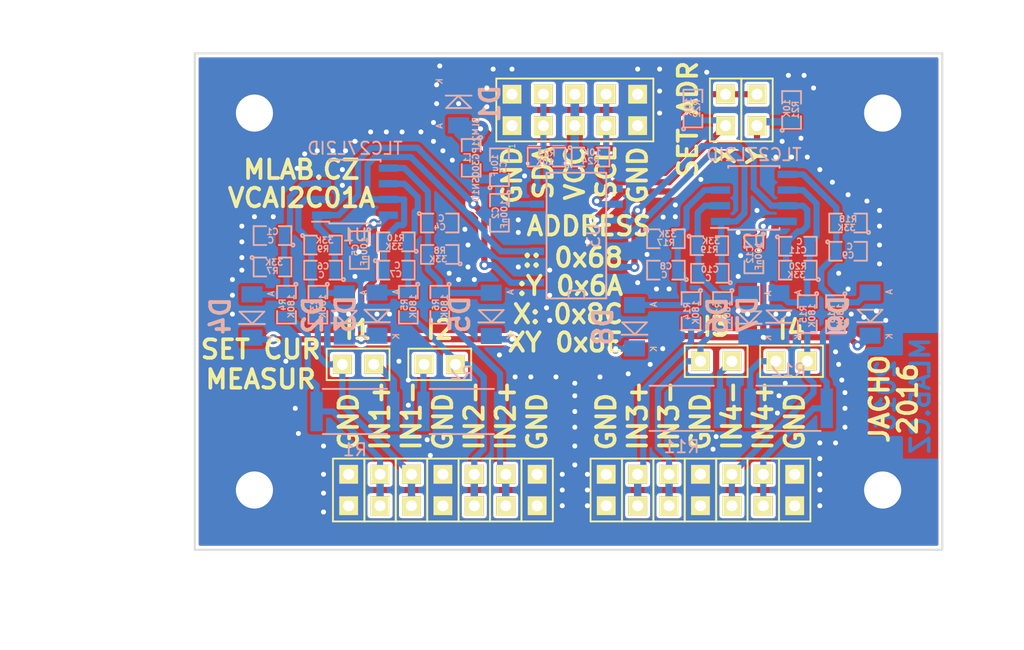
<source format=kicad_pcb>
(kicad_pcb (version 20160815) (host pcbnew "(2016-09-17 revision 679eef1)-makepkg")
  (layers (0 F.Cu signal) (31 B.Cu signal) (34 B.Paste user) (35 F.Paste user) (36 B.SilkS user hide) (37 F.SilkS user) (38 B.Mask user) (39 F.Mask user) (44 Edge.Cuts user))
  (net 0 "")
  (net 1 GND)
  (net 2 VCC)
  (net 3 /OUT1)
  (net 4 /OUT2)
  (net 5 /OUT3)
  (net 6 /OUT4)
  (net 7 "Net-(J2-Pad2)")
  (net 8 "Net-(J4-Pad2)")
  (net 9 "Net-(J6-Pad2)")
  (net 10 "Net-(J8-Pad2)")
  (net 11 /SDA)
  (net 12 /SCL)
  (net 13 /A0)
  (net 14 /A1)
  (net 15 /IN1-)
  (net 16 /IN1+)
  (net 17 /IN2+)
  (net 18 /IN3+)
  (net 19 /IN4+)
  (net 20 /IN2-)
  (net 21 /IN3-)
  (net 22 /IN4-)
  (net 23 /IN1_2+)
  (net 24 /IN2_2+)
  (net 25 /IN1_2-)
  (net 26 /IN2_2-)
  (net 27 /IN3_2+)
  (net 28 /IN4_2+)
  (net 29 /IN3_2-)
  (net 30 /IN4_2-)
  (net 31 "Net-(C2-Pad1)")
  (module Mlab_R:SMD-0805 (layer B.Cu) (at 6.5405 -25.654 180)
    (fp_text reference C1 (at 0 0.3175 180) (layer B.SilkS) (effects (font (size 0.50038 0.50038) (thickness 0.10922)) (justify mirror)))
    (fp_text value C (at 0.127 -0.381 180) (layer B.SilkS) (effects (font (size 0.50038 0.50038) (thickness 0.10922)) (justify mirror)))
    (pad 1 smd rect (at -0.9525 0 180) (size 0.889 1.397) (layers B.Cu B.Paste B.Mask) (net 23 /IN1_2+))
    (pad 2 smd rect (at 0.9525 0 180) (size 0.889 1.397) (layers B.Cu B.Paste B.Mask) (net 1 GND))
  )
  (module Mlab_R:SMD-0805 (layer B.Cu) (at 38.354 -25.4)
    (fp_text reference R17 (at 0 0.3175) (layer B.SilkS) (effects (font (size 0.50038 0.50038) (thickness 0.10922)) (justify mirror)))
    (fp_text value 33K (at 0.127 -0.381) (layer B.SilkS) (effects (font (size 0.50038 0.50038) (thickness 0.10922)) (justify mirror)))
    (pad 1 smd rect (at -0.9525 0) (size 0.889 1.397) (layers B.Cu B.Paste B.Mask) (net 1 GND))
    (pad 2 smd rect (at 0.9525 0) (size 0.889 1.397) (layers B.Cu B.Paste B.Mask) (net 27 /IN3_2+))
  )
  (module Mlab_R:SMD-0805 (layer B.Cu) (at 38.354 -22.86 180)
    (fp_text reference C8 (at 0 0.3175 180) (layer B.SilkS) (effects (font (size 0.50038 0.50038) (thickness 0.10922)) (justify mirror)))
    (fp_text value C (at 0.127 -0.381 180) (layer B.SilkS) (effects (font (size 0.50038 0.50038) (thickness 0.10922)) (justify mirror)))
    (pad 1 smd rect (at -0.9525 0 180) (size 0.889 1.397) (layers B.Cu B.Paste B.Mask) (net 27 /IN3_2+))
    (pad 2 smd rect (at 0.9525 0 180) (size 0.889 1.397) (layers B.Cu B.Paste B.Mask) (net 1 GND))
  )
  (module Mlab_R:SMD-0805 (layer B.Cu) (at 41.8719 -24.8412)
    (fp_text reference R19 (at 0 0.3175) (layer B.SilkS) (effects (font (size 0.50038 0.50038) (thickness 0.10922)) (justify mirror)))
    (fp_text value 33K (at 0.127 -0.381) (layer B.SilkS) (effects (font (size 0.50038 0.50038) (thickness 0.10922)) (justify mirror)))
    (pad 1 smd rect (at -0.9525 0) (size 0.889 1.397) (layers B.Cu B.Paste B.Mask) (net 29 /IN3_2-))
    (pad 2 smd rect (at 0.9525 0) (size 0.889 1.397) (layers B.Cu B.Paste B.Mask) (net 5 /OUT3))
  )
  (module Mlab_IO:SOIC-8_3.9x4.9mm_Pitch1.27mm (layer B.Cu) (at 45.466 -28.702)
    (fp_text reference U2 (at 0 3.5) (layer B.SilkS) (effects (justify mirror)))
    (fp_text value TLC27L2ID (at 0 -3.5) (layer B.SilkS) (effects (justify mirror)))
    (pad 1 smd rect (at -2.7 1.905) (size 1.55 0.6) (layers B.Cu B.Paste B.Mask) (net 5 /OUT3))
    (pad 2 smd rect (at -2.7 0.635) (size 1.55 0.6) (layers B.Cu B.Paste B.Mask) (net 29 /IN3_2-))
    (pad 3 smd rect (at -2.7 -0.635) (size 1.55 0.6) (layers B.Cu B.Paste B.Mask) (net 27 /IN3_2+))
    (pad 4 smd rect (at -2.7 -1.905) (size 1.55 0.6) (layers B.Cu B.Paste B.Mask) (net 1 GND))
    (pad 5 smd rect (at 2.7 -1.905) (size 1.55 0.6) (layers B.Cu B.Paste B.Mask) (net 28 /IN4_2+))
    (pad 6 smd rect (at 2.7 -0.635) (size 1.55 0.6) (layers B.Cu B.Paste B.Mask) (net 30 /IN4_2-))
    (pad 7 smd rect (at 2.7 0.635) (size 1.55 0.6) (layers B.Cu B.Paste B.Mask) (net 6 /OUT4))
    (pad 8 smd rect (at 2.7 1.905) (size 1.55 0.6) (layers B.Cu B.Paste B.Mask) (net 2 VCC))
  )
  (module Mlab_R:SMD-0805 (layer B.Cu) (at 40.5384 -35.9283 90)
    (fp_text reference R22 (at 0 0.3175 90) (layer B.SilkS) (effects (font (size 0.50038 0.50038) (thickness 0.10922)) (justify mirror)))
    (fp_text value 10K (at 0.127 -0.381 90) (layer B.SilkS) (effects (font (size 0.50038 0.50038) (thickness 0.10922)) (justify mirror)))
    (pad 1 smd rect (at -0.9525 0 90) (size 0.889 1.397) (layers B.Cu B.Paste B.Mask) (net 13 /A0))
    (pad 2 smd rect (at 0.9525 0 90) (size 0.889 1.397) (layers B.Cu B.Paste B.Mask) (net 1 GND))
  )
  (module Mlab_R:SMD-0805 (layer B.Cu) (at 10.6299 -22.86 180)
    (fp_text reference C6 (at 0 0.3175 180) (layer B.SilkS) (effects (font (size 0.50038 0.50038) (thickness 0.10922)) (justify mirror)))
    (fp_text value C (at 0.127 -0.381 180) (layer B.SilkS) (effects (font (size 0.50038 0.50038) (thickness 0.10922)) (justify mirror)))
    (pad 1 smd rect (at -0.9525 0 180) (size 0.889 1.397) (layers B.Cu B.Paste B.Mask) (net 3 /OUT1))
    (pad 2 smd rect (at 0.9525 0 180) (size 0.889 1.397) (layers B.Cu B.Paste B.Mask) (net 25 /IN1_2-))
  )
  (module Mlab_D:MiniMELF_Standard (layer B.Cu) (at 4.8768 -19.1516 270)
    (fp_text reference D4 (at 0 2.54 270) (layer B.SilkS) (effects (font (thickness 0.3048)) (justify mirror)))
    (fp_text value BAS85 hide)
    (fp_text user K (at 1.80086 -1.5494 270) (layer B.SilkS) (effects (font (size 0.50038 0.50038) (thickness 0.09906)) (justify mirror)))
    (fp_text user A (at -1.80086 -1.5494 270) (layer B.SilkS) (effects (font (size 0.50038 0.50038) (thickness 0.09906)) (justify mirror)))
    (pad 2 smd rect (at -1.75006 0 270) (size 1.30048 1.69926) (layers B.Cu B.Paste B.Mask) (net 23 /IN1_2+))
    (pad 1 smd rect (at 1.75006 0 270) (size 1.30048 1.69926) (layers B.Cu B.Paste B.Mask) (net 2 VCC))
  )
  (module Mlab_R:SMD-0805 (layer B.Cu) (at 24.892 -27.4955 270)
    (fp_text reference C2 (at 0 0.3175 270) (layer B.SilkS) (effects (font (size 0.50038 0.50038) (thickness 0.10922)) (justify mirror)))
    (fp_text value 100nF (at 0.127 -0.381 270) (layer B.SilkS) (effects (font (size 0.50038 0.50038) (thickness 0.10922)) (justify mirror)))
    (pad 1 smd rect (at -0.9525 0 270) (size 0.889 1.397) (layers B.Cu B.Paste B.Mask) (net 31 "Net-(C2-Pad1)"))
    (pad 2 smd rect (at 0.9525 0 270) (size 0.889 1.397) (layers B.Cu B.Paste B.Mask) (net 1 GND))
  )
  (module Mlab_R:SMD-0805 (layer B.Cu) (at 24.892 -31.1785 90)
    (fp_text reference C3 (at 0 0.3175 90) (layer B.SilkS) (effects (font (size 0.50038 0.50038) (thickness 0.10922)) (justify mirror)))
    (fp_text value 10uF (at 0.127 -0.381 90) (layer B.SilkS) (effects (font (size 0.50038 0.50038) (thickness 0.10922)) (justify mirror)))
    (pad 1 smd rect (at -0.9525 0 90) (size 0.889 1.397) (layers B.Cu B.Paste B.Mask) (net 31 "Net-(C2-Pad1)"))
    (pad 2 smd rect (at 0.9525 0 90) (size 0.889 1.397) (layers B.Cu B.Paste B.Mask) (net 1 GND))
  )
  (module Mlab_R:SMD-0805 (layer B.Cu) (at 20.066 -26.67)
    (fp_text reference C4 (at 0 0.3175) (layer B.SilkS) (effects (font (size 0.50038 0.50038) (thickness 0.10922)) (justify mirror)))
    (fp_text value C (at 0.127 -0.381) (layer B.SilkS) (effects (font (size 0.50038 0.50038) (thickness 0.10922)) (justify mirror)))
    (pad 1 smd rect (at -0.9525 0) (size 0.889 1.397) (layers B.Cu B.Paste B.Mask) (net 24 /IN2_2+))
    (pad 2 smd rect (at 0.9525 0) (size 0.889 1.397) (layers B.Cu B.Paste B.Mask) (net 1 GND))
  )
  (module Mlab_R:SMD-0805 (layer B.Cu) (at 13.5636 -24.4856 270)
    (fp_text reference C5 (at 0 0.3175 270) (layer B.SilkS) (effects (font (size 0.50038 0.50038) (thickness 0.10922)) (justify mirror)))
    (fp_text value 100nF (at 0.127 -0.381 270) (layer B.SilkS) (effects (font (size 0.50038 0.50038) (thickness 0.10922)) (justify mirror)))
    (pad 1 smd rect (at -0.9525 0 270) (size 0.889 1.397) (layers B.Cu B.Paste B.Mask) (net 2 VCC))
    (pad 2 smd rect (at 0.9525 0 270) (size 0.889 1.397) (layers B.Cu B.Paste B.Mask) (net 1 GND))
  )
  (module Mlab_R:SMD-0805 (layer B.Cu) (at 16.51 -22.86)
    (fp_text reference C7 (at 0 0.3175) (layer B.SilkS) (effects (font (size 0.50038 0.50038) (thickness 0.10922)) (justify mirror)))
    (fp_text value C (at 0.127 -0.381) (layer B.SilkS) (effects (font (size 0.50038 0.50038) (thickness 0.10922)) (justify mirror)))
    (pad 1 smd rect (at -0.9525 0) (size 0.889 1.397) (layers B.Cu B.Paste B.Mask) (net 4 /OUT2))
    (pad 2 smd rect (at 0.9525 0) (size 0.889 1.397) (layers B.Cu B.Paste B.Mask) (net 26 /IN2_2-))
  )
  (module Mlab_R:SMD-0805 (layer B.Cu) (at 53.086 -24.384)
    (fp_text reference C9 (at 0 0.3175) (layer B.SilkS) (effects (font (size 0.50038 0.50038) (thickness 0.10922)) (justify mirror)))
    (fp_text value C (at 0.127 -0.381) (layer B.SilkS) (effects (font (size 0.50038 0.50038) (thickness 0.10922)) (justify mirror)))
    (pad 1 smd rect (at -0.9525 0) (size 0.889 1.397) (layers B.Cu B.Paste B.Mask) (net 28 /IN4_2+))
    (pad 2 smd rect (at 0.9525 0) (size 0.889 1.397) (layers B.Cu B.Paste B.Mask) (net 1 GND))
  )
  (module Mlab_R:SMD-0805 (layer B.Cu) (at 41.91 -22.606 180)
    (fp_text reference C10 (at 0 0.3175 180) (layer B.SilkS) (effects (font (size 0.50038 0.50038) (thickness 0.10922)) (justify mirror)))
    (fp_text value C (at 0.127 -0.381 180) (layer B.SilkS) (effects (font (size 0.50038 0.50038) (thickness 0.10922)) (justify mirror)))
    (pad 1 smd rect (at -0.9525 0 180) (size 0.889 1.397) (layers B.Cu B.Paste B.Mask) (net 5 /OUT3))
    (pad 2 smd rect (at 0.9525 0 180) (size 0.889 1.397) (layers B.Cu B.Paste B.Mask) (net 29 /IN3_2-))
  )
  (module Mlab_R:SMD-0805 (layer B.Cu) (at 49.022 -24.7904)
    (fp_text reference C11 (at 0 0.3175) (layer B.SilkS) (effects (font (size 0.50038 0.50038) (thickness 0.10922)) (justify mirror)))
    (fp_text value C (at 0.127 -0.381) (layer B.SilkS) (effects (font (size 0.50038 0.50038) (thickness 0.10922)) (justify mirror)))
    (pad 1 smd rect (at -0.9525 0) (size 0.889 1.397) (layers B.Cu B.Paste B.Mask) (net 6 /OUT4))
    (pad 2 smd rect (at 0.9525 0) (size 0.889 1.397) (layers B.Cu B.Paste B.Mask) (net 30 /IN4_2-))
  )
  (module Mlab_D:Diode-MiniMELF_Standard (layer B.Cu) (at 21.59 -36.322 90)
    (fp_text reference D1 (at 0 2.54 90) (layer B.SilkS) (effects (font (thickness 0.3048)) (justify mirror)))
    (fp_text value BZV55C hide)
    (fp_text user K (at 1.80086 -1.5494 90) (layer B.SilkS) (effects (font (size 0.50038 0.50038) (thickness 0.09906)) (justify mirror)))
    (fp_text user A (at -1.80086 -1.5494 90) (layer B.SilkS) (effects (font (size 0.50038 0.50038) (thickness 0.09906)) (justify mirror)))
    (pad 2 smd rect (at -1.75006 0 90) (size 1.30048 1.69926) (layers B.Cu B.Paste B.Mask) (net 2 VCC))
    (pad 1 smd rect (at 1.75006 0 90) (size 1.30048 1.69926) (layers B.Cu B.Paste B.Mask) (net 1 GND))
  )
  (module Mlab_D:MiniMELF_Standard (layer B.Cu) (at 12.3444 -19.23034 270)
    (fp_text reference D2 (at 0 2.54 270) (layer B.SilkS) (effects (font (thickness 0.3048)) (justify mirror)))
    (fp_text value BAS85 hide)
    (fp_text user K (at 1.80086 -1.5494 270) (layer B.SilkS) (effects (font (size 0.50038 0.50038) (thickness 0.09906)) (justify mirror)))
    (fp_text user A (at -1.80086 -1.5494 270) (layer B.SilkS) (effects (font (size 0.50038 0.50038) (thickness 0.09906)) (justify mirror)))
    (pad 2 smd rect (at -1.75006 0 270) (size 1.30048 1.69926) (layers B.Cu B.Paste B.Mask) (net 25 /IN1_2-))
    (pad 1 smd rect (at 1.75006 0 270) (size 1.30048 1.69926) (layers B.Cu B.Paste B.Mask) (net 2 VCC))
  )
  (module Mlab_D:MiniMELF_Standard (layer B.Cu) (at 14.986 -19.304 270)
    (fp_text reference D3 (at 0 2.54 270) (layer B.SilkS) (effects (font (thickness 0.3048)) (justify mirror)))
    (fp_text value BAS85 hide)
    (fp_text user K (at 1.80086 -1.5494 270) (layer B.SilkS) (effects (font (size 0.50038 0.50038) (thickness 0.09906)) (justify mirror)))
    (fp_text user A (at -1.80086 -1.5494 270) (layer B.SilkS) (effects (font (size 0.50038 0.50038) (thickness 0.09906)) (justify mirror)))
    (pad 2 smd rect (at -1.75006 0 270) (size 1.30048 1.69926) (layers B.Cu B.Paste B.Mask) (net 26 /IN2_2-))
    (pad 1 smd rect (at 1.75006 0 270) (size 1.30048 1.69926) (layers B.Cu B.Paste B.Mask) (net 2 VCC))
  )
  (module Mlab_D:MiniMELF_Standard (layer B.Cu) (at 24.2316 -19.28114 270)
    (fp_text reference D5 (at 0 2.54 270) (layer B.SilkS) (effects (font (thickness 0.3048)) (justify mirror)))
    (fp_text value BAS85 hide)
    (fp_text user K (at 1.80086 -1.5494 270) (layer B.SilkS) (effects (font (size 0.50038 0.50038) (thickness 0.09906)) (justify mirror)))
    (fp_text user A (at -1.80086 -1.5494 270) (layer B.SilkS) (effects (font (size 0.50038 0.50038) (thickness 0.09906)) (justify mirror)))
    (pad 2 smd rect (at -1.75006 0 270) (size 1.30048 1.69926) (layers B.Cu B.Paste B.Mask) (net 24 /IN2_2+))
    (pad 1 smd rect (at 1.75006 0 270) (size 1.30048 1.69926) (layers B.Cu B.Paste B.Mask) (net 2 VCC))
  )
  (module Mlab_D:MiniMELF_Standard (layer B.Cu) (at 45.0596 -19.17954 270)
    (fp_text reference D6 (at 0 2.54 270) (layer B.SilkS) (effects (font (thickness 0.3048)) (justify mirror)))
    (fp_text value BAS85 hide)
    (fp_text user K (at 1.80086 -1.5494 270) (layer B.SilkS) (effects (font (size 0.50038 0.50038) (thickness 0.09906)) (justify mirror)))
    (fp_text user A (at -1.80086 -1.5494 270) (layer B.SilkS) (effects (font (size 0.50038 0.50038) (thickness 0.09906)) (justify mirror)))
    (pad 2 smd rect (at -1.75006 0 270) (size 1.30048 1.69926) (layers B.Cu B.Paste B.Mask) (net 29 /IN3_2-))
    (pad 1 smd rect (at 1.75006 0 270) (size 1.30048 1.69926) (layers B.Cu B.Paste B.Mask) (net 2 VCC))
  )
  (module Mlab_D:MiniMELF_Standard (layer B.Cu) (at 47.498 -19.2532 270)
    (fp_text reference D7 (at 0 2.54 270) (layer B.SilkS) (effects (font (thickness 0.3048)) (justify mirror)))
    (fp_text value BAS85 hide)
    (fp_text user K (at 1.80086 -1.5494 270) (layer B.SilkS) (effects (font (size 0.50038 0.50038) (thickness 0.09906)) (justify mirror)))
    (fp_text user A (at -1.80086 -1.5494 270) (layer B.SilkS) (effects (font (size 0.50038 0.50038) (thickness 0.09906)) (justify mirror)))
    (pad 2 smd rect (at -1.75006 0 270) (size 1.30048 1.69926) (layers B.Cu B.Paste B.Mask) (net 30 /IN4_2-))
    (pad 1 smd rect (at 1.75006 0 270) (size 1.30048 1.69926) (layers B.Cu B.Paste B.Mask) (net 2 VCC))
  )
  (module Mlab_D:MiniMELF_Standard (layer B.Cu) (at 35.814 -18.288 270)
    (fp_text reference D8 (at 0 2.54 270) (layer B.SilkS) (effects (font (thickness 0.3048)) (justify mirror)))
    (fp_text value BAS85 hide)
    (fp_text user K (at 1.80086 -1.5494 270) (layer B.SilkS) (effects (font (size 0.50038 0.50038) (thickness 0.09906)) (justify mirror)))
    (fp_text user A (at -1.80086 -1.5494 270) (layer B.SilkS) (effects (font (size 0.50038 0.50038) (thickness 0.09906)) (justify mirror)))
    (pad 2 smd rect (at -1.75006 0 270) (size 1.30048 1.69926) (layers B.Cu B.Paste B.Mask) (net 27 /IN3_2+))
    (pad 1 smd rect (at 1.75006 0 270) (size 1.30048 1.69926) (layers B.Cu B.Paste B.Mask) (net 2 VCC))
  )
  (module Mlab_D:MiniMELF_Standard (layer B.Cu) (at 54.864 -19.304 270)
    (fp_text reference D9 (at 0 2.54 270) (layer B.SilkS) (effects (font (thickness 0.3048)) (justify mirror)))
    (fp_text value BAS85 hide)
    (fp_text user K (at 1.80086 -1.5494 270) (layer B.SilkS) (effects (font (size 0.50038 0.50038) (thickness 0.09906)) (justify mirror)))
    (fp_text user A (at -1.80086 -1.5494 270) (layer B.SilkS) (effects (font (size 0.50038 0.50038) (thickness 0.09906)) (justify mirror)))
    (pad 2 smd rect (at -1.75006 0 270) (size 1.30048 1.69926) (layers B.Cu B.Paste B.Mask) (net 28 /IN4_2+))
    (pad 1 smd rect (at 1.75006 0 270) (size 1.30048 1.69926) (layers B.Cu B.Paste B.Mask) (net 2 VCC))
  )
  (module Mlab_Pin_Headers:Straight_1x02 (layer F.Cu) (at 13.462 -15.24 90)
    (fp_text reference J2 hide)
    (fp_text value CONN_2 hide)
    (pad 2 thru_hole rect (at 0 1.27 90) (size 1.524 1.524) (drill 0.889) (layers *.Cu *.Mask F.SilkS) (net 7 "Net-(J2-Pad2)"))
    (pad 1 thru_hole rect (at 0 -1.27 90) (size 1.524 1.524) (drill 0.889) (layers *.Cu *.Mask F.SilkS) (net 15 /IN1-))
  )
  (module Mlab_Pin_Headers:Straight_1x02 (layer F.Cu) (at 20.066 -15.24 270)
    (fp_text reference J4 hide)
    (fp_text value CONN_2 hide)
    (pad 2 thru_hole rect (at 0 1.27 270) (size 1.524 1.524) (drill 0.889) (layers *.Cu *.Mask F.SilkS) (net 8 "Net-(J4-Pad2)"))
    (pad 1 thru_hole rect (at 0 -1.27 270) (size 1.524 1.524) (drill 0.889) (layers *.Cu *.Mask F.SilkS) (net 20 /IN2-))
  )
  (module Mlab_Pin_Headers:Straight_1x02 (layer F.Cu) (at 42.418 -15.494 90)
    (fp_text reference J6 hide)
    (fp_text value CONN_2 hide)
    (pad 2 thru_hole rect (at 0 1.27 90) (size 1.524 1.524) (drill 0.889) (layers *.Cu *.Mask F.SilkS) (net 9 "Net-(J6-Pad2)"))
    (pad 1 thru_hole rect (at 0 -1.27 90) (size 1.524 1.524) (drill 0.889) (layers *.Cu *.Mask F.SilkS) (net 21 /IN3-))
  )
  (module Mlab_Pin_Headers:Straight_1x02 (layer F.Cu) (at 48.514 -15.494 270)
    (fp_text reference J8 hide)
    (fp_text value CONN_2 hide)
    (pad 2 thru_hole rect (at 0 1.27 270) (size 1.524 1.524) (drill 0.889) (layers *.Cu *.Mask F.SilkS) (net 10 "Net-(J8-Pad2)"))
    (pad 1 thru_hole rect (at 0 -1.27 270) (size 1.524 1.524) (drill 0.889) (layers *.Cu *.Mask F.SilkS) (net 22 /IN4-))
  )
  (module Mlab_Pin_Headers:Straight_2x01 (layer F.Cu) (at 43.18 -35.814 90)
    (fp_text reference J10 hide)
    (fp_text value JUMP2_2x1 hide)
    (pad 1 thru_hole rect (at -1.27 0 90) (size 1.524 1.524) (drill 0.889) (layers *.Cu *.Mask F.SilkS) (net 13 /A0))
    (pad 2 thru_hole rect (at 1.27 0 90) (size 1.524 1.524) (drill 0.889) (layers *.Cu *.Mask F.SilkS) (net 2 VCC))
  )
  (module Mlab_Pin_Headers:Straight_2x01 (layer F.Cu) (at 45.72 -35.814 90)
    (fp_text reference J11 hide)
    (fp_text value JUMP2_2x1 hide)
    (pad 1 thru_hole rect (at -1.27 0 90) (size 1.524 1.524) (drill 0.889) (layers *.Cu *.Mask F.SilkS) (net 14 /A1))
    (pad 2 thru_hole rect (at 1.27 0 90) (size 1.524 1.524) (drill 0.889) (layers *.Cu *.Mask F.SilkS) (net 2 VCC))
  )
  (module Mlab_Pin_Headers:Straight_2x05 (layer F.Cu) (at 30.988 -35.814 90)
    (fp_text reference J13 hide)
    (fp_text value JUMP_5X2 hide)
    (fp_text user 1 (at -2.921 -5.08 90) (layer F.SilkS) (effects (font (size 0.5 0.5) (thickness 0.05))))
    (pad 1 thru_hole rect (at -1.27 -5.08 90) (size 1.524 1.524) (drill 0.889) (layers *.Cu *.Mask F.SilkS) (net 1 GND))
    (pad 2 thru_hole rect (at 1.27 -5.08 90) (size 1.524 1.524) (drill 0.889) (layers *.Cu *.Mask F.SilkS) (net 1 GND))
    (pad 3 thru_hole rect (at -1.27 -2.54 90) (size 1.524 1.524) (drill 0.889) (layers *.Cu *.Mask F.SilkS) (net 11 /SDA))
    (pad 4 thru_hole rect (at 1.27 -2.54 90) (size 1.524 1.524) (drill 0.889) (layers *.Cu *.Mask F.SilkS) (net 11 /SDA))
    (pad 5 thru_hole rect (at -1.27 0 90) (size 1.524 1.524) (drill 0.889) (layers *.Cu *.Mask F.SilkS) (net 2 VCC))
    (pad 6 thru_hole rect (at 1.27 0 90) (size 1.524 1.524) (drill 0.889) (layers *.Cu *.Mask F.SilkS) (net 2 VCC))
    (pad 7 thru_hole rect (at -1.27 2.54 90) (size 1.524 1.524) (drill 0.889) (layers *.Cu *.Mask F.SilkS) (net 12 /SCL))
    (pad 8 thru_hole rect (at 1.27 2.54 90) (size 1.524 1.524) (drill 0.889) (layers *.Cu *.Mask F.SilkS) (net 12 /SCL))
    (pad 9 thru_hole rect (at -1.27 5.08 90) (size 1.524 1.524) (drill 0.889) (layers *.Cu *.Mask F.SilkS) (net 1 GND))
    (pad 10 thru_hole rect (at 1.27 5.08 90) (size 1.524 1.524) (drill 0.889) (layers *.Cu *.Mask F.SilkS) (net 1 GND))
  )
  (module Mlab_Mechanical:MountingHole_3mm (layer F.Cu) (at 55.88 -35.56)
    (fp_text reference M1 hide)
    (fp_text value HOLE hide)
    (pad 1 thru_hole circle (at 0 0) (size 6 6) (drill 3) (layers *.Cu *.Adhes *.Mask) (net 1 GND) (clearance 1))
  )
  (module Mlab_Mechanical:MountingHole_3mm (layer F.Cu) (at 5.08 -5.08)
    (fp_text reference M2 hide)
    (fp_text value HOLE hide)
    (pad 1 thru_hole circle (at 0 0) (size 6 6) (drill 3) (layers *.Cu *.Adhes *.Mask) (net 1 GND) (clearance 1))
  )
  (module Mlab_Mechanical:MountingHole_3mm (layer F.Cu) (at 55.88 -5.08)
    (fp_text reference M3 hide)
    (fp_text value HOLE hide)
    (pad 1 thru_hole circle (at 0 0) (size 6 6) (drill 3) (layers *.Cu *.Adhes *.Mask) (net 1 GND) (clearance 1))
  )
  (module Mlab_Mechanical:MountingHole_3mm (layer F.Cu) (at 5.08 -35.56)
    (fp_text reference M4 hide)
    (fp_text value HOLE hide)
    (pad 1 thru_hole circle (at 0 0) (size 6 6) (drill 3) (layers *.Cu *.Adhes *.Mask) (net 1 GND) (clearance 1))
  )
  (module Mlab_R:SMD-0805 (layer B.Cu) (at 10.2108 -20.066 270)
    (fp_text reference R3 (at 0 0.3175 270) (layer B.SilkS) (effects (font (size 0.50038 0.50038) (thickness 0.10922)) (justify mirror)))
    (fp_text value 180K (at 0.127 -0.381 270) (layer B.SilkS) (effects (font (size 0.50038 0.50038) (thickness 0.10922)) (justify mirror)))
    (pad 1 smd rect (at -0.9525 0 270) (size 0.889 1.397) (layers B.Cu B.Paste B.Mask) (net 25 /IN1_2-))
    (pad 2 smd rect (at 0.9525 0 270) (size 0.889 1.397) (layers B.Cu B.Paste B.Mask) (net 15 /IN1-))
  )
  (module Mlab_R:SMD-0805 (layer B.Cu) (at 7.6708 -20.066 270)
    (fp_text reference R4 (at 0 0.3175 270) (layer B.SilkS) (effects (font (size 0.50038 0.50038) (thickness 0.10922)) (justify mirror)))
    (fp_text value 180K (at 0.127 -0.381 270) (layer B.SilkS) (effects (font (size 0.50038 0.50038) (thickness 0.10922)) (justify mirror)))
    (pad 1 smd rect (at -0.9525 0 270) (size 0.889 1.397) (layers B.Cu B.Paste B.Mask) (net 23 /IN1_2+))
    (pad 2 smd rect (at 0.9525 0 270) (size 0.889 1.397) (layers B.Cu B.Paste B.Mask) (net 16 /IN1+))
  )
  (module Mlab_R:SMD-0805 (layer B.Cu) (at 17.526 -20.066 270)
    (fp_text reference R5 (at 0 0.3175 270) (layer B.SilkS) (effects (font (size 0.50038 0.50038) (thickness 0.10922)) (justify mirror)))
    (fp_text value 180K (at 0.127 -0.381 270) (layer B.SilkS) (effects (font (size 0.50038 0.50038) (thickness 0.10922)) (justify mirror)))
    (pad 1 smd rect (at -0.9525 0 270) (size 0.889 1.397) (layers B.Cu B.Paste B.Mask) (net 26 /IN2_2-))
    (pad 2 smd rect (at 0.9525 0 270) (size 0.889 1.397) (layers B.Cu B.Paste B.Mask) (net 20 /IN2-))
  )
  (module Mlab_R:SMD-0805 (layer B.Cu) (at 20.066 -20.066 270)
    (fp_text reference R6 (at 0 0.3175 270) (layer B.SilkS) (effects (font (size 0.50038 0.50038) (thickness 0.10922)) (justify mirror)))
    (fp_text value 180K (at 0.127 -0.381 270) (layer B.SilkS) (effects (font (size 0.50038 0.50038) (thickness 0.10922)) (justify mirror)))
    (pad 1 smd rect (at -0.9525 0 270) (size 0.889 1.397) (layers B.Cu B.Paste B.Mask) (net 24 /IN2_2+))
    (pad 2 smd rect (at 0.9525 0 270) (size 0.889 1.397) (layers B.Cu B.Paste B.Mask) (net 17 /IN2+))
  )
  (module Mlab_R:SMD-0805 (layer B.Cu) (at 6.5405 -23.114)
    (fp_text reference R7 (at 0 0.3175) (layer B.SilkS) (effects (font (size 0.50038 0.50038) (thickness 0.10922)) (justify mirror)))
    (fp_text value 33K (at 0.127 -0.381) (layer B.SilkS) (effects (font (size 0.50038 0.50038) (thickness 0.10922)) (justify mirror)))
    (pad 1 smd rect (at -0.9525 0) (size 0.889 1.397) (layers B.Cu B.Paste B.Mask) (net 1 GND))
    (pad 2 smd rect (at 0.9525 0) (size 0.889 1.397) (layers B.Cu B.Paste B.Mask) (net 23 /IN1_2+))
  )
  (module Mlab_R:SMD-0805 (layer B.Cu) (at 20.066 -24.13 180)
    (fp_text reference R8 (at 0 0.3175 180) (layer B.SilkS) (effects (font (size 0.50038 0.50038) (thickness 0.10922)) (justify mirror)))
    (fp_text value 33K (at 0.127 -0.381 180) (layer B.SilkS) (effects (font (size 0.50038 0.50038) (thickness 0.10922)) (justify mirror)))
    (pad 1 smd rect (at -0.9525 0 180) (size 0.889 1.397) (layers B.Cu B.Paste B.Mask) (net 1 GND))
    (pad 2 smd rect (at 0.9525 0 180) (size 0.889 1.397) (layers B.Cu B.Paste B.Mask) (net 24 /IN2_2+))
  )
  (module Mlab_R:SMD-0805 (layer B.Cu) (at 10.6299 -24.892)
    (fp_text reference R9 (at 0 0.3175) (layer B.SilkS) (effects (font (size 0.50038 0.50038) (thickness 0.10922)) (justify mirror)))
    (fp_text value 33K (at 0.127 -0.381) (layer B.SilkS) (effects (font (size 0.50038 0.50038) (thickness 0.10922)) (justify mirror)))
    (pad 1 smd rect (at -0.9525 0) (size 0.889 1.397) (layers B.Cu B.Paste B.Mask) (net 25 /IN1_2-))
    (pad 2 smd rect (at 0.9525 0) (size 0.889 1.397) (layers B.Cu B.Paste B.Mask) (net 3 /OUT1))
  )
  (module Mlab_R:SMD-0805 (layer B.Cu) (at 16.51 -25.146 180)
    (fp_text reference R10 (at 0 0.3175 180) (layer B.SilkS) (effects (font (size 0.50038 0.50038) (thickness 0.10922)) (justify mirror)))
    (fp_text value 33K (at 0.127 -0.381 180) (layer B.SilkS) (effects (font (size 0.50038 0.50038) (thickness 0.10922)) (justify mirror)))
    (pad 1 smd rect (at -0.9525 0 180) (size 0.889 1.397) (layers B.Cu B.Paste B.Mask) (net 26 /IN2_2-))
    (pad 2 smd rect (at 0.9525 0 180) (size 0.889 1.397) (layers B.Cu B.Paste B.Mask) (net 4 /OUT2))
  )
  (module Mlab_R:SMD-0805 (layer B.Cu) (at 42.926 -19.558 270)
    (fp_text reference R13 (at 0 0.3175 270) (layer B.SilkS) (effects (font (size 0.50038 0.50038) (thickness 0.10922)) (justify mirror)))
    (fp_text value 180K (at 0.127 -0.381 270) (layer B.SilkS) (effects (font (size 0.50038 0.50038) (thickness 0.10922)) (justify mirror)))
    (pad 1 smd rect (at -0.9525 0 270) (size 0.889 1.397) (layers B.Cu B.Paste B.Mask) (net 29 /IN3_2-))
    (pad 2 smd rect (at 0.9525 0 270) (size 0.889 1.397) (layers B.Cu B.Paste B.Mask) (net 21 /IN3-))
  )
  (module Mlab_R:SMD-0805 (layer B.Cu) (at 40.386 -19.558 270)
    (fp_text reference R14 (at 0 0.3175 270) (layer B.SilkS) (effects (font (size 0.50038 0.50038) (thickness 0.10922)) (justify mirror)))
    (fp_text value 180K (at 0.127 -0.381 270) (layer B.SilkS) (effects (font (size 0.50038 0.50038) (thickness 0.10922)) (justify mirror)))
    (pad 1 smd rect (at -0.9525 0 270) (size 0.889 1.397) (layers B.Cu B.Paste B.Mask) (net 27 /IN3_2+))
    (pad 2 smd rect (at 0.9525 0 270) (size 0.889 1.397) (layers B.Cu B.Paste B.Mask) (net 18 /IN3+))
  )
  (module Mlab_R:SMD-0805 (layer B.Cu) (at 49.784 -19.304 270)
    (fp_text reference R15 (at 0 0.3175 270) (layer B.SilkS) (effects (font (size 0.50038 0.50038) (thickness 0.10922)) (justify mirror)))
    (fp_text value 180K (at 0.127 -0.381 270) (layer B.SilkS) (effects (font (size 0.50038 0.50038) (thickness 0.10922)) (justify mirror)))
    (pad 1 smd rect (at -0.9525 0 270) (size 0.889 1.397) (layers B.Cu B.Paste B.Mask) (net 30 /IN4_2-))
    (pad 2 smd rect (at 0.9525 0 270) (size 0.889 1.397) (layers B.Cu B.Paste B.Mask) (net 22 /IN4-))
  )
  (module Mlab_R:SMD-0805 (layer B.Cu) (at 52.07 -19.304 270)
    (fp_text reference R16 (at 0 0.3175 270) (layer B.SilkS) (effects (font (size 0.50038 0.50038) (thickness 0.10922)) (justify mirror)))
    (fp_text value 180K (at 0.127 -0.381 270) (layer B.SilkS) (effects (font (size 0.50038 0.50038) (thickness 0.10922)) (justify mirror)))
    (pad 1 smd rect (at -0.9525 0 270) (size 0.889 1.397) (layers B.Cu B.Paste B.Mask) (net 28 /IN4_2+))
    (pad 2 smd rect (at 0.9525 0 270) (size 0.889 1.397) (layers B.Cu B.Paste B.Mask) (net 19 /IN4+))
  )
  (module Mlab_R:SMD-0805 (layer B.Cu) (at 53.086 -26.67 180)
    (fp_text reference R18 (at 0 0.3175 180) (layer B.SilkS) (effects (font (size 0.50038 0.50038) (thickness 0.10922)) (justify mirror)))
    (fp_text value 33K (at 0.127 -0.381 180) (layer B.SilkS) (effects (font (size 0.50038 0.50038) (thickness 0.10922)) (justify mirror)))
    (pad 1 smd rect (at -0.9525 0 180) (size 0.889 1.397) (layers B.Cu B.Paste B.Mask) (net 1 GND))
    (pad 2 smd rect (at 0.9525 0 180) (size 0.889 1.397) (layers B.Cu B.Paste B.Mask) (net 28 /IN4_2+))
  )
  (module Mlab_R:SMD-0805 (layer B.Cu) (at 49.022 -22.86 180)
    (fp_text reference R20 (at 0 0.3175 180) (layer B.SilkS) (effects (font (size 0.50038 0.50038) (thickness 0.10922)) (justify mirror)))
    (fp_text value 33K (at 0.127 -0.381 180) (layer B.SilkS) (effects (font (size 0.50038 0.50038) (thickness 0.10922)) (justify mirror)))
    (pad 1 smd rect (at -0.9525 0 180) (size 0.889 1.397) (layers B.Cu B.Paste B.Mask) (net 30 /IN4_2-))
    (pad 2 smd rect (at 0.9525 0 180) (size 0.889 1.397) (layers B.Cu B.Paste B.Mask) (net 6 /OUT4))
  )
  (module Mlab_R:SMD-0805 (layer B.Cu) (at 48.514 -35.814 90)
    (fp_text reference R21 (at 0 0.3175 90) (layer B.SilkS) (effects (font (size 0.50038 0.50038) (thickness 0.10922)) (justify mirror)))
    (fp_text value 10K (at 0.127 -0.381 90) (layer B.SilkS) (effects (font (size 0.50038 0.50038) (thickness 0.10922)) (justify mirror)))
    (pad 1 smd rect (at -0.9525 0 90) (size 0.889 1.397) (layers B.Cu B.Paste B.Mask) (net 14 /A1))
    (pad 2 smd rect (at 0.9525 0 90) (size 0.889 1.397) (layers B.Cu B.Paste B.Mask) (net 1 GND))
  )
  (module Mlab_R:SMD-0805 (layer B.Cu) (at 28.702 -32.004 180)
    (fp_text reference R23 (at 0 0.3175 180) (layer B.SilkS) (effects (font (size 0.50038 0.50038) (thickness 0.10922)) (justify mirror)))
    (fp_text value 10K (at 0.127 -0.381 180) (layer B.SilkS) (effects (font (size 0.50038 0.50038) (thickness 0.10922)) (justify mirror)))
    (pad 1 smd rect (at -0.9525 0 180) (size 0.889 1.397) (layers B.Cu B.Paste B.Mask) (net 2 VCC))
    (pad 2 smd rect (at 0.9525 0 180) (size 0.889 1.397) (layers B.Cu B.Paste B.Mask) (net 11 /SDA))
  )
  (module Mlab_R:SMD-0805 (layer B.Cu) (at 32.258 -32.004)
    (fp_text reference R24 (at 0 0.3175) (layer B.SilkS) (effects (font (size 0.50038 0.50038) (thickness 0.10922)) (justify mirror)))
    (fp_text value 10K (at 0.127 -0.381) (layer B.SilkS) (effects (font (size 0.50038 0.50038) (thickness 0.10922)) (justify mirror)))
    (pad 1 smd rect (at -0.9525 0) (size 0.889 1.397) (layers B.Cu B.Paste B.Mask) (net 2 VCC))
    (pad 2 smd rect (at 0.9525 0) (size 0.889 1.397) (layers B.Cu B.Paste B.Mask) (net 12 /SCL))
  )
  (module Mlab_IO:SOIC-8_3.9x4.9mm_Pitch1.27mm (layer B.Cu) (at 13.208 -29.21)
    (fp_text reference U1 (at 0 3.5) (layer B.SilkS) (effects (justify mirror)))
    (fp_text value TLC27L2ID (at 0 -3.5) (layer B.SilkS) (effects (justify mirror)))
    (pad 1 smd rect (at -2.7 1.905) (size 1.55 0.6) (layers B.Cu B.Paste B.Mask) (net 3 /OUT1))
    (pad 2 smd rect (at -2.7 0.635) (size 1.55 0.6) (layers B.Cu B.Paste B.Mask) (net 25 /IN1_2-))
    (pad 3 smd rect (at -2.7 -0.635) (size 1.55 0.6) (layers B.Cu B.Paste B.Mask) (net 23 /IN1_2+))
    (pad 4 smd rect (at -2.7 -1.905) (size 1.55 0.6) (layers B.Cu B.Paste B.Mask) (net 1 GND))
    (pad 5 smd rect (at 2.7 -1.905) (size 1.55 0.6) (layers B.Cu B.Paste B.Mask) (net 24 /IN2_2+))
    (pad 6 smd rect (at 2.7 -0.635) (size 1.55 0.6) (layers B.Cu B.Paste B.Mask) (net 26 /IN2_2-))
    (pad 7 smd rect (at 2.7 0.635) (size 1.55 0.6) (layers B.Cu B.Paste B.Mask) (net 4 /OUT2))
    (pad 8 smd rect (at 2.7 1.905) (size 1.55 0.6) (layers B.Cu B.Paste B.Mask) (net 2 VCC))
  )
  (module Mlab_IO:SOIC-14 (layer B.Cu) (at 31.242 -25.654 90)
    (fp_text reference U3 (at 0 1.27 90) (layer B.SilkS) (effects (justify mirror)))
    (fp_text value MCP3424)
    (pad 1 smd rect (at -3.81 -3.302 90) (size 0.6 1.143) (layers B.Cu B.Paste B.Mask) (net 3 /OUT1))
    (pad 2 smd rect (at -2.54 -3.302 90) (size 0.6 1.143) (layers B.Cu B.Paste B.Mask) (net 1 GND))
    (pad 3 smd rect (at -1.27 -3.302 90) (size 0.6 1.143) (layers B.Cu B.Paste B.Mask) (net 4 /OUT2))
    (pad 4 smd rect (at 0 -3.302 90) (size 0.6 1.143) (layers B.Cu B.Paste B.Mask) (net 1 GND))
    (pad 5 smd rect (at 1.27 -3.302 90) (size 0.6 1.143) (layers B.Cu B.Paste B.Mask) (net 1 GND))
    (pad 6 smd rect (at 2.54 -3.302 90) (size 0.6 1.143) (layers B.Cu B.Paste B.Mask) (net 31 "Net-(C2-Pad1)"))
    (pad 7 smd rect (at 3.81 -3.302 90) (size 0.6 1.143) (layers B.Cu B.Paste B.Mask) (net 11 /SDA))
    (pad 8 smd rect (at 3.81 3.048 90) (size 0.6 1.143) (layers B.Cu B.Paste B.Mask) (net 12 /SCL))
    (pad 9 smd rect (at 2.54 3.048 90) (size 0.6 1.143) (layers B.Cu B.Paste B.Mask) (net 13 /A0))
    (pad 11 smd rect (at 0 3.048 90) (size 0.6 1.143) (layers B.Cu B.Paste B.Mask) (net 5 /OUT3))
    (pad 12 smd rect (at -1.27 3.048 90) (size 0.6 1.143) (layers B.Cu B.Paste B.Mask) (net 1 GND))
    (pad 13 smd rect (at -2.54 3.048 90) (size 0.6 1.143) (layers B.Cu B.Paste B.Mask) (net 6 /OUT4))
    (pad 14 smd rect (at -3.81 3.048 90) (size 0.6 1.143) (layers B.Cu B.Paste B.Mask) (net 1 GND))
    (pad 10 smd rect (at 1.27 3.048 90) (size 0.6 1.143) (layers B.Cu B.Paste B.Mask) (net 14 /A1))
  )
  (module Mlab_R:SMD-0805 (layer B.Cu) (at 45.466 -24.13 270)
    (fp_text reference C12 (at 0 0.3175 270) (layer B.SilkS) (effects (font (size 0.50038 0.50038) (thickness 0.10922)) (justify mirror)))
    (fp_text value 100nF (at 0.127 -0.381 270) (layer B.SilkS) (effects (font (size 0.50038 0.50038) (thickness 0.10922)) (justify mirror)))
    (pad 1 smd rect (at -0.9525 0 270) (size 0.889 1.397) (layers B.Cu B.Paste B.Mask) (net 2 VCC))
    (pad 2 smd rect (at 0.9525 0 270) (size 0.889 1.397) (layers B.Cu B.Paste B.Mask) (net 1 GND))
  )
  (module Mlab_Pin_Headers:Straight_1x02 (layer F.Cu) (at 27.94 -5.08)
    (fp_text reference J14 hide)
    (fp_text value JUMP_2x1 hide)
    (pad 2 thru_hole rect (at 0 1.27) (size 1.524 1.524) (drill 0.889) (layers *.Cu *.Mask F.SilkS) (net 1 GND))
    (pad 1 thru_hole rect (at 0 -1.27) (size 1.524 1.524) (drill 0.889) (layers *.Cu *.Mask F.SilkS) (net 1 GND))
  )
  (module Mlab_Pin_Headers:Straight_1x02 (layer F.Cu) (at 22.86 -5.08)
    (fp_text reference J15 hide)
    (fp_text value JUMP_2x1 hide)
    (pad 2 thru_hole rect (at 0 1.27) (size 1.524 1.524) (drill 0.889) (layers *.Cu *.Mask F.SilkS) (net 20 /IN2-))
    (pad 1 thru_hole rect (at 0 -1.27) (size 1.524 1.524) (drill 0.889) (layers *.Cu *.Mask F.SilkS) (net 20 /IN2-))
  )
  (module Mlab_Pin_Headers:Straight_1x02 (layer F.Cu) (at 25.4 -5.08)
    (fp_text reference J16 hide)
    (fp_text value JUMP_2x1 hide)
    (pad 2 thru_hole rect (at 0 1.27) (size 1.524 1.524) (drill 0.889) (layers *.Cu *.Mask F.SilkS) (net 17 /IN2+))
    (pad 1 thru_hole rect (at 0 -1.27) (size 1.524 1.524) (drill 0.889) (layers *.Cu *.Mask F.SilkS) (net 17 /IN2+))
  )
  (module Mlab_Pin_Headers:Straight_1x02 (layer F.Cu) (at 20.32 -5.08)
    (fp_text reference J17 hide)
    (fp_text value JUMP_2x1 hide)
    (pad 2 thru_hole rect (at 0 1.27) (size 1.524 1.524) (drill 0.889) (layers *.Cu *.Mask F.SilkS) (net 1 GND))
    (pad 1 thru_hole rect (at 0 -1.27) (size 1.524 1.524) (drill 0.889) (layers *.Cu *.Mask F.SilkS) (net 1 GND))
  )
  (module Mlab_Pin_Headers:Straight_1x02 (layer F.Cu) (at 38.608 -5.08)
    (fp_text reference J18 hide)
    (fp_text value JUMP_2x1 hide)
    (pad 2 thru_hole rect (at 0 1.27) (size 1.524 1.524) (drill 0.889) (layers *.Cu *.Mask F.SilkS) (net 21 /IN3-))
    (pad 1 thru_hole rect (at 0 -1.27) (size 1.524 1.524) (drill 0.889) (layers *.Cu *.Mask F.SilkS) (net 21 /IN3-))
  )
  (module Mlab_Pin_Headers:Straight_1x02 (layer F.Cu) (at 36.068 -5.08)
    (fp_text reference J19 hide)
    (fp_text value JUMP_2x1 hide)
    (pad 2 thru_hole rect (at 0 1.27) (size 1.524 1.524) (drill 0.889) (layers *.Cu *.Mask F.SilkS) (net 18 /IN3+))
    (pad 1 thru_hole rect (at 0 -1.27) (size 1.524 1.524) (drill 0.889) (layers *.Cu *.Mask F.SilkS) (net 18 /IN3+))
  )
  (module Mlab_Pin_Headers:Straight_1x02 (layer F.Cu) (at 48.768 -5.08)
    (fp_text reference J20 hide)
    (fp_text value JUMP_2x1 hide)
    (pad 2 thru_hole rect (at 0 1.27) (size 1.524 1.524) (drill 0.889) (layers *.Cu *.Mask F.SilkS) (net 1 GND))
    (pad 1 thru_hole rect (at 0 -1.27) (size 1.524 1.524) (drill 0.889) (layers *.Cu *.Mask F.SilkS) (net 1 GND))
  )
  (module Mlab_Pin_Headers:Straight_1x02 (layer F.Cu) (at 43.688 -5.08)
    (fp_text reference J21 hide)
    (fp_text value JUMP_2x1 hide)
    (pad 2 thru_hole rect (at 0 1.27) (size 1.524 1.524) (drill 0.889) (layers *.Cu *.Mask F.SilkS) (net 22 /IN4-))
    (pad 1 thru_hole rect (at 0 -1.27) (size 1.524 1.524) (drill 0.889) (layers *.Cu *.Mask F.SilkS) (net 22 /IN4-))
  )
  (module Mlab_Pin_Headers:Straight_1x02 (layer F.Cu) (at 46.228 -5.08)
    (fp_text reference J22 hide)
    (fp_text value JUMP_2x1 hide)
    (pad 2 thru_hole rect (at 0 1.27) (size 1.524 1.524) (drill 0.889) (layers *.Cu *.Mask F.SilkS) (net 19 /IN4+))
    (pad 1 thru_hole rect (at 0 -1.27) (size 1.524 1.524) (drill 0.889) (layers *.Cu *.Mask F.SilkS) (net 19 /IN4+))
  )
  (module Mlab_Pin_Headers:Straight_1x02 (layer F.Cu) (at 33.528 -5.08)
    (fp_text reference J23 hide)
    (fp_text value JUMP_2x1 hide)
    (pad 2 thru_hole rect (at 0 1.27) (size 1.524 1.524) (drill 0.889) (layers *.Cu *.Mask F.SilkS) (net 1 GND))
    (pad 1 thru_hole rect (at 0 -1.27) (size 1.524 1.524) (drill 0.889) (layers *.Cu *.Mask F.SilkS) (net 1 GND))
  )
  (module Mlab_Pin_Headers:Straight_2x01 (layer F.Cu) (at 41.148 -5.08 90)
    (fp_text reference J3 hide)
    (fp_text value JUMP_2x1 hide)
    (pad 1 thru_hole rect (at -1.27 0 90) (size 1.524 1.524) (drill 0.889) (layers *.Cu *.Mask F.SilkS) (net 1 GND))
    (pad 2 thru_hole rect (at 1.27 0 90) (size 1.524 1.524) (drill 0.889) (layers *.Cu *.Mask F.SilkS) (net 1 GND))
  )
  (module Mlab_Pin_Headers:Straight_1x02 (layer F.Cu) (at 12.7 -5.08)
    (fp_text reference J5 hide)
    (fp_text value JUMP_2x1 hide)
    (pad 2 thru_hole rect (at 0 1.27) (size 1.524 1.524) (drill 0.889) (layers *.Cu *.Mask F.SilkS) (net 1 GND))
    (pad 1 thru_hole rect (at 0 -1.27) (size 1.524 1.524) (drill 0.889) (layers *.Cu *.Mask F.SilkS) (net 1 GND))
  )
  (module Mlab_Pin_Headers:Straight_1x02 (layer F.Cu) (at 17.78 -5.08)
    (fp_text reference J7 hide)
    (fp_text value JUMP_2x1 hide)
    (pad 2 thru_hole rect (at 0 1.27) (size 1.524 1.524) (drill 0.889) (layers *.Cu *.Mask F.SilkS) (net 15 /IN1-))
    (pad 1 thru_hole rect (at 0 -1.27) (size 1.524 1.524) (drill 0.889) (layers *.Cu *.Mask F.SilkS) (net 15 /IN1-))
  )
  (module Mlab_Pin_Headers:Straight_1x02 (layer F.Cu) (at 15.24 -5.08)
    (fp_text reference J9 hide)
    (fp_text value JUMP_2x1 hide)
    (pad 2 thru_hole rect (at 0 1.27) (size 1.524 1.524) (drill 0.889) (layers *.Cu *.Mask F.SilkS) (net 16 /IN1+))
    (pad 1 thru_hole rect (at 0 -1.27) (size 1.524 1.524) (drill 0.889) (layers *.Cu *.Mask F.SilkS) (net 16 /IN1+))
  )
  (module Mlab_R:SMD-2512 (layer B.Cu) (at 13.208 -11.43)
    (fp_text reference R1 (at 0 3.1) (layer B.SilkS) (effects (justify mirror)))
    (fp_text value 249R)
    (pad 1 smd rect (at -3.1 0) (size 1 3.2) (layers B.Cu B.Paste B.Mask) (net 16 /IN1+))
    (pad 2 smd rect (at 3.1 0) (size 1 3.2) (layers B.Cu B.Paste B.Mask) (net 7 "Net-(J2-Pad2)"))
  )
  (module Mlab_R:SMD-2512 (layer B.Cu) (at 21.844 -11.43 180)
    (fp_text reference R2 (at 0 3.1 180) (layer B.SilkS) (effects (justify mirror)))
    (fp_text value 249R)
    (pad 1 smd rect (at -3.1 0 180) (size 1 3.2) (layers B.Cu B.Paste B.Mask) (net 17 /IN2+))
    (pad 2 smd rect (at 3.1 0 180) (size 1 3.2) (layers B.Cu B.Paste B.Mask) (net 8 "Net-(J4-Pad2)"))
  )
  (module Mlab_R:SMD-2512 (layer B.Cu) (at 39.624 -11.684)
    (fp_text reference R11 (at 0 3.1) (layer B.SilkS) (effects (justify mirror)))
    (fp_text value 249R)
    (pad 1 smd rect (at -3.1 0) (size 1 3.2) (layers B.Cu B.Paste B.Mask) (net 18 /IN3+))
    (pad 2 smd rect (at 3.1 0) (size 1 3.2) (layers B.Cu B.Paste B.Mask) (net 9 "Net-(J6-Pad2)"))
  )
  (module Mlab_R:SMD-2512 (layer B.Cu) (at 48.26 -11.684 180)
    (fp_text reference R12 (at 0 3.1 180) (layer B.SilkS) (effects (justify mirror)))
    (fp_text value 249R)
    (pad 1 smd rect (at -3.1 0 180) (size 1 3.2) (layers B.Cu B.Paste B.Mask) (net 19 /IN4+))
    (pad 2 smd rect (at 3.1 0 180) (size 1 3.2) (layers B.Cu B.Paste B.Mask) (net 10 "Net-(J8-Pad2)"))
  )
  (module Mlab_R:SMD-0805 (layer B.Cu) (at 22.606 -31.9405 270)
    (fp_text reference L1 (at 0 0.3175 270) (layer B.SilkS) (effects (font (size 0.50038 0.50038) (thickness 0.10922)) (justify mirror)))
    (fp_text value BLM21PG300SN1D (at 0.127 -0.381 270) (layer B.SilkS) (effects (font (size 0.50038 0.50038) (thickness 0.10922)) (justify mirror)))
    (pad 2 smd rect (at 0.9525 0 270) (size 0.889 1.397) (layers B.Cu B.Paste B.Mask) (net 31 "Net-(C2-Pad1)"))
    (pad 1 smd rect (at -0.9525 0 270) (size 0.889 1.397) (layers B.Cu B.Paste B.Mask) (net 2 VCC))
  )
  (gr_text "SET CUR\nMEASUR" (at 5.588 -15.24) (layer F.SilkS) (effects (font (size 1.5 1.5) (thickness 0.3))))
  (gr_text VCAI2C01A (at 8.89 -28.702) (layer F.SilkS) (effects (font (size 1.5 1.5) (thickness 0.3))))
  (gr_text MLAB.CZ (at 58.928 -12.7 90) (layer B.Cu) (effects (font (size 1.5 1.5) (thickness 0.3)) (justify mirror)))
  (gr_text 2016 (at 56.134 -12.7 90) (layer B.Cu) (effects (font (size 1.5 1.5) (thickness 0.3)) (justify mirror)))
  (gr_text JACHO (at 55.626 -12.446 90) (layer F.SilkS) (effects (font (size 1.5 1.5) (thickness 0.3))))
  (gr_text 2016 (at 57.912 -12.446 90) (layer F.SilkS) (effects (font (size 1.5 1.5) (thickness 0.3))))
  (gr_text MLAB.CZ (at 8.89 -30.988) (layer F.SilkS) (effects (font (size 1.5 1.5) (thickness 0.3))))
  (gr_text "X: 0x8C" (at 35.052 -19.304) (layer F.SilkS) (effects (font (size 1.5 1.5) (thickness 0.3)) (justify right)))
  (gr_text "XY 0x6E" (at 35.052 -17.018) (layer F.SilkS) (effects (font (size 1.5 1.5) (thickness 0.3)) (justify right)))
  (gr_text ":Y 0x6A" (at 35.052 -21.59) (layer F.SilkS) (effects (font (size 1.5 1.5) (thickness 0.3)) (justify right)))
  (gr_text ":: 0x68" (at 35.052 -23.876) (layer F.SilkS) (effects (font (size 1.5 1.5) (thickness 0.3)) (justify right)))
  (gr_text ADDRESS (at 26.924 -26.416) (layer F.SilkS) (effects (font (size 1.5 1.5) (thickness 0.3)) (justify left)))
  (gr_text Y (at 45.72 -31.242 90) (layer F.SilkS) (effects (font (size 1.5 1.5) (thickness 0.3)) (justify left)))
  (gr_text X (at 43.18 -31.242 90) (layer F.SilkS) (effects (font (size 1.5 1.5) (thickness 0.3)) (justify left)))
  (gr_text "SET ADR" (at 40.132 -35.052 90) (layer F.SilkS) (effects (font (size 1.5 1.5) (thickness 0.3))))
  (gr_text GND (at 36.068 -33.02 90) (layer F.SilkS) (effects (font (size 1.5 1.5) (thickness 0.3)) (justify right)))
  (gr_text SCL (at 33.528 -33.02 90) (layer F.SilkS) (effects (font (size 1.5 1.5) (thickness 0.3)) (justify right)))
  (gr_text VCC (at 30.988 -33.02 90) (layer F.SilkS) (effects (font (size 1.5 1.5) (thickness 0.3)) (justify right)))
  (gr_text SDA (at 28.448 -33.02 90) (layer F.SilkS) (effects (font (size 1.5 1.5) (thickness 0.3)) (justify right)))
  (gr_text GND (at 25.908 -33.02 90) (layer F.SilkS) (effects (font (size 1.5 1.5) (thickness 0.3)) (justify right)))
  (gr_text I4 (at 48.514 -18.034) (layer F.SilkS) (effects (font (size 1.5 1.5) (thickness 0.3))))
  (gr_text I3 (at 42.418 -18.288) (layer F.SilkS) (effects (font (size 1.5 1.5) (thickness 0.3))))
  (gr_text I2 (at 20.066 -18.034) (layer F.SilkS) (effects (font (size 1.5 1.5) (thickness 0.3))))
  (gr_text I1 (at 13.462 -18.034) (layer F.SilkS) (effects (font (size 1.5 1.5) (thickness 0.3))))
  (gr_text GND (at 48.768 -8.128 90) (layer F.SilkS) (effects (font (size 1.5 1.5) (thickness 0.3)) (justify left)))
  (gr_text IN4+ (at 46.228 -8.128 90) (layer F.SilkS) (effects (font (size 1.5 1.5) (thickness 0.3)) (justify left)))
  (gr_text IN4- (at 43.688 -8.128 90) (layer F.SilkS) (effects (font (size 1.5 1.5) (thickness 0.3)) (justify left)))
  (gr_text GND (at 41.148 -8.128 90) (layer F.SilkS) (effects (font (size 1.5 1.5) (thickness 0.3)) (justify left)))
  (gr_text IN3- (at 38.608 -8.128 90) (layer F.SilkS) (effects (font (size 1.5 1.5) (thickness 0.3)) (justify left)))
  (gr_text IN3+ (at 36.068 -8.128 90) (layer F.SilkS) (effects (font (size 1.5 1.5) (thickness 0.3)) (justify left)))
  (gr_text GND (at 33.528 -8.128 90) (layer F.SilkS) (effects (font (size 1.5 1.5) (thickness 0.3)) (justify left)))
  (gr_text GND (at 27.94 -8.128 90) (layer F.SilkS) (effects (font (size 1.5 1.5) (thickness 0.3)) (justify left)))
  (gr_text IN2+ (at 25.4 -8.128 90) (layer F.SilkS) (effects (font (size 1.5 1.5) (thickness 0.3)) (justify left)))
  (gr_text IN2- (at 22.86 -8.128 90) (layer F.SilkS) (effects (font (size 1.5 1.5) (thickness 0.3)) (justify left)))
  (gr_text GND (at 20.32 -8.128 90) (layer F.SilkS) (effects (font (size 1.5 1.5) (thickness 0.3)) (justify left)))
  (gr_text IN1- (at 17.78 -8.128 90) (layer F.SilkS) (effects (font (size 1.5 1.5) (thickness 0.3)) (justify left)))
  (gr_text GND (at 12.7 -8.128 90) (layer F.SilkS) (effects (font (size 1.5 1.5) (thickness 0.3)) (justify left)))
  (gr_text IN1+ (at 15.24 -8.128 90) (layer F.SilkS) (effects (font (size 1.5 1.5) (thickness 0.3)) (justify left)))
  (gr_line (start 0.254 -0.254) (end 60.706 -0.254) (layer Edge.Cuts) (width 0.15))
  (gr_line (start 60.706 -0.254) (end 60.706 -40.386) (layer Edge.Cuts) (width 0.15))
  (gr_line (start 0.254 -40.386) (end 60.706 -40.386) (layer Edge.Cuts) (width 0.15))
  (gr_line (start 0.254 -0.254) (end 0.254 -40.386) (layer Edge.Cuts) (width 0.15))
  (segment (start 6.604002 -27.743685) (end 6.604002 -27.178) (width 0.3) (layer B.Cu) (net 1))
  (segment (start 6.604002 -29.159202) (end 6.604002 -27.743685) (width 0.3) (layer B.Cu) (net 1))
  (segment (start 8.5344 -31.0896) (end 6.604002 -29.159202) (width 0.3) (layer B.Cu) (net 1))
  (segment (start 5.08 -27.178) (end 6.604002 -27.178) (width 0.3) (layer F.Cu) (net 1))
  (via (at 6.604002 -27.178) (size 0.8) (drill 0.4) (layers F.Cu B.Cu) (net 1))
  (segment (start 4.826 -27.178) (end 5.08 -27.178) (width 0.3) (layer B.Cu) (net 1))
  (segment (start 4.064 -26.416) (end 4.826 -27.178) (width 0.3) (layer B.Cu) (net 1))
  (via (at 5.08 -27.178) (size 0.8) (drill 0.4) (layers F.Cu B.Cu) (net 1))
  (segment (start 3.302 -22.098) (end 3.702001 -22.497999) (width 0.3) (layer B.Cu) (net 1))
  (segment (start 3.702001 -22.497999) (end 4.064002 -22.86) (width 0.3) (layer B.Cu) (net 1))
  (segment (start 4.064 -22.860002) (end 4.064002 -22.86) (width 0.3) (layer F.Cu) (net 1))
  (via (at 4.064002 -22.86) (size 0.8) (drill 0.4) (layers F.Cu B.Cu) (net 1))
  (segment (start 4.064 -23.368) (end 4.064 -22.860002) (width 0.3) (layer F.Cu) (net 1))
  (segment (start 4.064 -23.876) (end 4.064 -22.860002) (width 0.3) (layer F.Cu) (net 1))
  (segment (start 4.064 -25.146) (end 4.064 -23.876) (width 0.3) (layer B.Cu) (net 1))
  (via (at 4.064 -23.876) (size 0.8) (drill 0.4) (layers F.Cu B.Cu) (net 1))
  (segment (start 4.064 -26.416) (end 4.064 -25.146) (width 0.3) (layer F.Cu) (net 1))
  (via (at 4.064 -25.146) (size 0.8) (drill 0.4) (layers F.Cu B.Cu) (net 1))
  (segment (start 4.463999 -26.815999) (end 4.064 -26.416) (width 0.3) (layer B.Cu) (net 1))
  (segment (start 5.334 -27.178) (end 4.826 -27.178) (width 0.3) (layer B.Cu) (net 1))
  (segment (start 4.826 -27.178) (end 4.463999 -26.815999) (width 0.3) (layer B.Cu) (net 1))
  (via (at 4.064 -26.416) (size 0.8) (drill 0.4) (layers F.Cu B.Cu) (net 1))
  (segment (start 44.958 -19.361689) (end 44.958 -19.304) (width 0.3) (layer B.Cu) (net 1))
  (segment (start 44.761685 -19.558004) (end 44.958 -19.361689) (width 0.3) (layer B.Cu) (net 1))
  (segment (start 44.196 -19.558004) (end 44.761685 -19.558004) (width 0.3) (layer B.Cu) (net 1))
  (segment (start 47.244 -19.304) (end 44.958 -19.304) (width 0.3) (layer B.Cu) (net 1))
  (via (at 44.958 -19.304) (size 0.8) (drill 0.4) (layers F.Cu B.Cu) (net 1))
  (via (at 44.196 -19.558004) (size 0.8) (drill 0.4) (layers F.Cu B.Cu) (net 1))
  (segment (start 44.196 -22.352) (end 44.196 -19.558004) (width 0.3) (layer F.Cu) (net 1))
  (segment (start 36.576 -21.336) (end 37.026315 -21.336) (width 0.3) (layer B.Cu) (net 1))
  (segment (start 37.026315 -21.336) (end 37.592 -21.336) (width 0.3) (layer B.Cu) (net 1))
  (segment (start 36.068 -21.844) (end 36.576 -21.336) (width 0.3) (layer B.Cu) (net 1))
  (segment (start 38.608 -21.336) (end 37.592 -21.336) (width 0.3) (layer F.Cu) (net 1))
  (via (at 37.592 -21.336) (size 0.8) (drill 0.4) (layers F.Cu B.Cu) (net 1))
  (segment (start 38.208001 -21.735999) (end 38.608 -21.336) (width 0.3) (layer B.Cu) (net 1))
  (segment (start 37.6555 -22.2885) (end 38.208001 -21.735999) (width 0.3) (layer B.Cu) (net 1))
  (segment (start 37.6555 -23.368) (end 37.6555 -22.2885) (width 0.3) (layer B.Cu) (net 1))
  (via (at 38.608 -21.336) (size 0.8) (drill 0.4) (layers F.Cu B.Cu) (net 1))
  (segment (start 36.576 -24.384) (end 36.83 -24.13) (width 0.3) (layer B.Cu) (net 1))
  (segment (start 34.29 -24.384) (end 36.576 -24.384) (width 0.3) (layer B.Cu) (net 1))
  (via (at 36.83 -24.13) (size 0.8) (drill 0.4) (layers F.Cu B.Cu) (net 1))
  (segment (start 41.177147 -30.196853) (end 39.116 -28.135706) (width 0.5) (layer B.Cu) (net 1))
  (via (at 39.116 -28.135706) (size 0.8) (drill 0.4) (layers F.Cu B.Cu) (net 1))
  (segment (start 39.116 -27.178) (end 39.116 -28.135706) (width 0.5) (layer F.Cu) (net 1))
  (segment (start 39.116 -28.135706) (end 41.177147 -30.196853) (width 0.5) (layer F.Cu) (net 1))
  (via (at 41.177147 -30.196853) (size 0.8) (drill 0.4) (layers F.Cu B.Cu) (net 1))
  (segment (start 38.129147 -27.148853) (end 39.086853 -27.148853) (width 0.5) (layer F.Cu) (net 1))
  (segment (start 39.086853 -27.148853) (end 39.116 -27.178) (width 0.5) (layer F.Cu) (net 1))
  (via (at 39.116 -27.178) (size 0.8) (drill 0.4) (layers F.Cu B.Cu) (net 1))
  (segment (start 37.6555 -25.4) (end 37.6555 -26.675206) (width 0.5) (layer B.Cu) (net 1))
  (segment (start 37.6555 -26.675206) (end 38.129147 -27.148853) (width 0.5) (layer B.Cu) (net 1))
  (via (at 38.129147 -27.148853) (size 0.8) (drill 0.4) (layers F.Cu B.Cu) (net 1))
  (segment (start 38.4175 -25.4) (end 37.338 -25.4) (width 0.3) (layer B.Cu) (net 1))
  (segment (start 37.338 -25.4) (end 37.084 -25.146) (width 0.3) (layer B.Cu) (net 1))
  (segment (start 21.227999 -23.005999) (end 20.828 -22.606) (width 0.3) (layer F.Cu) (net 1))
  (segment (start 21.336 -23.114) (end 21.227999 -23.005999) (width 0.3) (layer F.Cu) (net 1))
  (segment (start 22.352 -23.114) (end 21.336 -23.114) (width 0.3) (layer F.Cu) (net 1))
  (segment (start 21.082 -22.606) (end 20.828 -22.606) (width 0.3) (layer B.Cu) (net 1))
  (segment (start 20.828 -23.114) (end 20.828 -22.606) (width 0.3) (layer B.Cu) (net 1))
  (segment (start 21.59 -22.098) (end 21.082 -22.606) (width 0.3) (layer B.Cu) (net 1))
  (via (at 20.828 -22.606) (size 0.8) (drill 0.4) (layers F.Cu B.Cu) (net 1))
  (segment (start 19.812 -37.846) (end 19.812 -39.116) (width 0.5) (layer B.Cu) (net 1))
  (segment (start 19.812 -39.116) (end 20.066 -39.37) (width 0.5) (layer B.Cu) (net 1))
  (via (at 20.066 -39.37) (size 0.8) (drill 0.4) (layers F.Cu B.Cu) (net 1))
  (segment (start 19.812 -36.322) (end 19.812 -37.846) (width 0.5) (layer F.Cu) (net 1))
  (via (at 19.812 -37.846) (size 0.8) (drill 0.4) (layers F.Cu B.Cu) (net 1))
  (segment (start 19.812 -36.322) (end 19.812 -35.052) (width 0.5) (layer B.Cu) (net 1))
  (segment (start 19.812 -35.052) (end 19.558 -34.798) (width 0.5) (layer B.Cu) (net 1))
  (via (at 19.558 -34.798) (size 0.8) (drill 0.4) (layers F.Cu B.Cu) (net 1))
  (segment (start 21.59 -36.322) (end 19.812 -36.322) (width 0.5) (layer F.Cu) (net 1))
  (via (at 19.812 -36.322) (size 0.8) (drill 0.4) (layers F.Cu B.Cu) (net 1))
  (segment (start 23.876 -36.068) (end 21.844 -36.068) (width 0.5) (layer B.Cu) (net 1))
  (segment (start 21.844 -36.068) (end 21.59 -36.322) (width 0.5) (layer B.Cu) (net 1))
  (via (at 21.59 -36.322) (size 0.8) (drill 0.4) (layers F.Cu B.Cu) (net 1))
  (segment (start 26.162 -14.224) (end 26.162 -14.732) (width 0.3) (layer B.Cu) (net 1))
  (segment (start 26.162 -14.732) (end 24.892 -16.002) (width 0.3) (layer B.Cu) (net 1))
  (via (at 24.892 -16.002) (size 0.8) (drill 0.4) (layers F.Cu B.Cu) (net 1))
  (segment (start 27.432 -14.224) (end 26.162 -14.224) (width 0.3) (layer F.Cu) (net 1))
  (via (at 26.162 -14.224) (size 0.8) (drill 0.4) (layers F.Cu B.Cu) (net 1))
  (segment (start 29.464 -14.224) (end 27.432 -14.224) (width 0.3) (layer B.Cu) (net 1))
  (via (at 27.432 -14.224) (size 0.8) (drill 0.4) (layers F.Cu B.Cu) (net 1))
  (segment (start 30.988 -13.716) (end 29.972 -13.716) (width 0.3) (layer F.Cu) (net 1))
  (segment (start 29.972 -13.716) (end 29.464 -14.224) (width 0.3) (layer F.Cu) (net 1))
  (via (at 29.464 -14.224) (size 0.8) (drill 0.4) (layers F.Cu B.Cu) (net 1))
  (segment (start 37.084 -15.24) (end 37.084 -15.494) (width 0.3) (layer B.Cu) (net 1))
  (segment (start 37.084 -15.494) (end 38.1 -16.51) (width 0.3) (layer B.Cu) (net 1))
  (via (at 38.1 -16.51) (size 0.8) (drill 0.4) (layers F.Cu B.Cu) (net 1))
  (segment (start 35.306 -14.478) (end 36.322 -14.478) (width 0.3) (layer F.Cu) (net 1))
  (segment (start 36.322 -14.478) (end 37.084 -15.24) (width 0.3) (layer F.Cu) (net 1))
  (via (at 37.084 -15.24) (size 0.8) (drill 0.4) (layers F.Cu B.Cu) (net 1))
  (segment (start 33.02 -14.224) (end 35.052 -14.224) (width 0.3) (layer B.Cu) (net 1))
  (segment (start 35.052 -14.224) (end 35.306 -14.478) (width 0.3) (layer B.Cu) (net 1))
  (via (at 35.306 -14.478) (size 0.8) (drill 0.4) (layers F.Cu B.Cu) (net 1))
  (segment (start 30.988 -13.716) (end 32.512 -13.716) (width 0.3) (layer F.Cu) (net 1))
  (segment (start 32.512 -13.716) (end 33.02 -14.224) (width 0.3) (layer F.Cu) (net 1))
  (via (at 33.02 -14.224) (size 0.8) (drill 0.4) (layers F.Cu B.Cu) (net 1))
  (segment (start 50.8 -8.89) (end 50.8 -7.62) (width 0.3) (layer B.Cu) (net 1))
  (via (at 50.8 -7.62) (size 0.8) (drill 0.4) (layers F.Cu B.Cu) (net 1))
  (segment (start 52.07 -8.89) (end 50.8 -8.89) (width 0.3) (layer F.Cu) (net 1))
  (via (at 50.8 -8.89) (size 0.8) (drill 0.4) (layers F.Cu B.Cu) (net 1))
  (segment (start 52.832 -10.16) (end 52.832 -9.652) (width 0.3) (layer B.Cu) (net 1))
  (segment (start 52.832 -9.652) (end 52.07 -8.89) (width 0.3) (layer B.Cu) (net 1))
  (via (at 52.07 -8.89) (size 0.8) (drill 0.4) (layers F.Cu B.Cu) (net 1))
  (segment (start 52.832 -11.684) (end 52.832 -10.16) (width 0.3) (layer F.Cu) (net 1))
  (via (at 52.832 -10.16) (size 0.8) (drill 0.4) (layers F.Cu B.Cu) (net 1))
  (segment (start 52.832 -12.954) (end 52.832 -11.684) (width 0.3) (layer B.Cu) (net 1))
  (via (at 52.832 -11.684) (size 0.8) (drill 0.4) (layers F.Cu B.Cu) (net 1))
  (segment (start 52.578 -13.97) (end 52.578 -13.208) (width 0.3) (layer F.Cu) (net 1))
  (segment (start 52.578 -13.208) (end 52.832 -12.954) (width 0.3) (layer F.Cu) (net 1))
  (via (at 52.832 -12.954) (size 0.8) (drill 0.4) (layers F.Cu B.Cu) (net 1))
  (segment (start 52.324 -15.24) (end 52.324 -14.224) (width 0.3) (layer B.Cu) (net 1))
  (segment (start 52.324 -14.224) (end 52.578 -13.97) (width 0.3) (layer B.Cu) (net 1))
  (via (at 52.578 -13.97) (size 0.8) (drill 0.4) (layers F.Cu B.Cu) (net 1))
  (segment (start 52.07 -16.256) (end 52.07 -15.494) (width 0.3) (layer F.Cu) (net 1))
  (segment (start 52.07 -15.494) (end 52.324 -15.24) (width 0.3) (layer F.Cu) (net 1))
  (via (at 52.324 -15.24) (size 0.8) (drill 0.4) (layers F.Cu B.Cu) (net 1))
  (segment (start 53.34 -19.304) (end 53.34 -17.526) (width 0.3) (layer B.Cu) (net 1))
  (segment (start 53.34 -17.526) (end 52.07 -16.256) (width 0.3) (layer B.Cu) (net 1))
  (via (at 52.07 -16.256) (size 0.8) (drill 0.4) (layers F.Cu B.Cu) (net 1))
  (segment (start 55.372 -19.558) (end 56.134 -18.796) (width 0.3) (layer F.Cu) (net 1))
  (via (at 56.134 -18.796) (size 0.8) (drill 0.4) (layers F.Cu B.Cu) (net 1))
  (segment (start 54.356 -19.05) (end 54.864 -19.05) (width 0.3) (layer B.Cu) (net 1))
  (segment (start 54.864 -19.05) (end 55.372 -19.558) (width 0.3) (layer B.Cu) (net 1))
  (via (at 55.372 -19.558) (size 0.8) (drill 0.4) (layers F.Cu B.Cu) (net 1))
  (segment (start 53.34 -19.304) (end 54.102 -19.304) (width 0.3) (layer F.Cu) (net 1))
  (segment (start 54.102 -19.304) (end 54.356 -19.05) (width 0.3) (layer F.Cu) (net 1))
  (via (at 54.356 -19.05) (size 0.8) (drill 0.4) (layers F.Cu B.Cu) (net 1))
  (segment (start 48.26 -19.304) (end 53.34 -19.304) (width 0.3) (layer B.Cu) (net 1))
  (via (at 53.34 -19.304) (size 0.8) (drill 0.4) (layers F.Cu B.Cu) (net 1))
  (segment (start 47.244 -19.304) (end 48.26 -19.304) (width 0.3) (layer F.Cu) (net 1))
  (via (at 48.26 -19.304) (size 0.8) (drill 0.4) (layers F.Cu B.Cu) (net 1))
  (via (at 47.244 -19.304) (size 0.8) (drill 0.4) (layers F.Cu B.Cu) (net 1))
  (segment (start 44.196 -25.908) (end 44.196 -26.162) (width 0.3) (layer F.Cu) (net 1))
  (segment (start 44.196 -26.162) (end 45.72 -27.686) (width 0.3) (layer F.Cu) (net 1))
  (via (at 45.72 -27.686) (size 0.8) (drill 0.4) (layers F.Cu B.Cu) (net 1))
  (segment (start 44.3992 -24.0284) (end 44.196 -24.2316) (width 0.3) (layer B.Cu) (net 1))
  (via (at 44.196 -25.908) (size 0.8) (drill 0.4) (layers F.Cu B.Cu) (net 1))
  (segment (start 44.196 -24.2316) (end 44.196 -25.908) (width 0.3) (layer B.Cu) (net 1))
  (segment (start 49.53 -38.608) (end 49.53 -38.354) (width 0.3) (layer B.Cu) (net 1))
  (segment (start 49.53 -38.354) (end 50.292 -37.592) (width 0.3) (layer B.Cu) (net 1))
  (via (at 50.292 -37.592) (size 0.8) (drill 0.4) (layers F.Cu B.Cu) (net 1))
  (segment (start 48.26 -38.608) (end 49.53 -38.608) (width 0.3) (layer F.Cu) (net 1))
  (via (at 49.53 -38.608) (size 0.8) (drill 0.4) (layers F.Cu B.Cu) (net 1))
  (segment (start 48.514 -36.7665) (end 48.514 -38.354) (width 0.3) (layer B.Cu) (net 1))
  (segment (start 48.514 -38.354) (end 48.26 -38.608) (width 0.3) (layer B.Cu) (net 1))
  (via (at 48.26 -38.608) (size 0.8) (drill 0.4) (layers F.Cu B.Cu) (net 1))
  (segment (start 37.846 -37.338) (end 37.846 -35.56) (width 0.3) (layer F.Cu) (net 1))
  (via (at 37.846 -35.56) (size 0.8) (drill 0.4) (layers F.Cu B.Cu) (net 1))
  (segment (start 37.846 -39.116) (end 37.846 -37.338) (width 0.3) (layer B.Cu) (net 1))
  (via (at 37.846 -37.338) (size 0.8) (drill 0.4) (layers F.Cu B.Cu) (net 1))
  (segment (start 36.068 -39.116) (end 37.846 -39.116) (width 0.3) (layer F.Cu) (net 1))
  (via (at 37.846 -39.116) (size 0.8) (drill 0.4) (layers F.Cu B.Cu) (net 1))
  (segment (start 36.068 -37.084) (end 36.068 -39.116) (width 0.3) (layer B.Cu) (net 1))
  (via (at 36.068 -39.116) (size 0.8) (drill 0.4) (layers F.Cu B.Cu) (net 1))
  (segment (start 24.384 -39.116) (end 25.908 -39.116) (width 0.3) (layer F.Cu) (net 1))
  (via (at 25.908 -39.116) (size 0.8) (drill 0.4) (layers F.Cu B.Cu) (net 1))
  (segment (start 23.876 -37.592) (end 23.876 -38.608) (width 0.3) (layer B.Cu) (net 1))
  (segment (start 23.876 -38.608) (end 24.384 -39.116) (width 0.3) (layer B.Cu) (net 1))
  (via (at 24.384 -39.116) (size 0.8) (drill 0.4) (layers F.Cu B.Cu) (net 1))
  (segment (start 23.876 -36.068) (end 23.876 -37.592) (width 0.3) (layer F.Cu) (net 1))
  (via (at 23.876 -37.592) (size 0.8) (drill 0.4) (layers F.Cu B.Cu) (net 1))
  (segment (start 25.908 -37.084) (end 24.892 -37.084) (width 0.3) (layer B.Cu) (net 1))
  (segment (start 24.892 -37.084) (end 23.876 -36.068) (width 0.3) (layer B.Cu) (net 1))
  (via (at 23.876 -36.068) (size 0.8) (drill 0.4) (layers F.Cu B.Cu) (net 1))
  (segment (start 25.146 -32.131) (end 26.797 -30.48) (width 0.3) (layer B.Cu) (net 1))
  (segment (start 24.892 -32.131) (end 25.146 -32.131) (width 0.3) (layer B.Cu) (net 1))
  (segment (start 25.273 -32.131) (end 26.524001 -30.879999) (width 0.3) (layer B.Cu) (net 1))
  (segment (start 25.019 -32.131) (end 25.273 -32.131) (width 0.3) (layer B.Cu) (net 1))
  (segment (start 26.524001 -30.879999) (end 26.924 -30.48) (width 0.3) (layer B.Cu) (net 1))
  (segment (start 26.797 -30.48) (end 26.924 -30.48) (width 0.3) (layer B.Cu) (net 1))
  (via (at 26.924 -30.48) (size 0.8) (drill 0.4) (layers F.Cu B.Cu) (net 1))
  (segment (start 8.382 -11.684) (end 7.62 -12.446) (width 0.3) (layer F.Cu) (net 1))
  (segment (start 7.62 -12.446) (end 7.62 -15.494) (width 0.3) (layer F.Cu) (net 1))
  (via (at 7.62 -15.494) (size 0.8) (drill 0.4) (layers F.Cu B.Cu) (net 1))
  (segment (start 8.636 -9.652) (end 8.636 -11.43) (width 0.3) (layer B.Cu) (net 1))
  (segment (start 8.636 -11.43) (end 8.382 -11.684) (width 0.3) (layer B.Cu) (net 1))
  (via (at 8.382 -11.684) (size 0.8) (drill 0.4) (layers F.Cu B.Cu) (net 1))
  (segment (start 10.668 -8.636) (end 9.652 -8.636) (width 0.3) (layer F.Cu) (net 1))
  (via (at 8.636 -9.652) (size 0.8) (drill 0.4) (layers F.Cu B.Cu) (net 1))
  (segment (start 9.652 -8.636) (end 8.636 -9.652) (width 0.3) (layer F.Cu) (net 1))
  (segment (start 12.7 -6.35) (end 12.7 -7.412) (width 0.3) (layer B.Cu) (net 1))
  (segment (start 12.7 -7.412) (end 11.476 -8.636) (width 0.3) (layer B.Cu) (net 1))
  (segment (start 11.476 -8.636) (end 10.668 -8.636) (width 0.3) (layer B.Cu) (net 1))
  (via (at 10.668 -8.636) (size 0.8) (drill 0.4) (layers F.Cu B.Cu) (net 1))
  (segment (start 12.7 -19.304) (end 11.684 -19.304) (width 0.3) (layer F.Cu) (net 1))
  (via (at 11.684 -19.304) (size 0.8) (drill 0.4) (layers F.Cu B.Cu) (net 1))
  (segment (start 16.002 -19.304) (end 12.7 -19.304) (width 0.3) (layer B.Cu) (net 1))
  (via (at 12.7 -19.304) (size 0.8) (drill 0.4) (layers F.Cu B.Cu) (net 1))
  (segment (start 14.986 -19.304) (end 16.002 -19.304) (width 0.3) (layer F.Cu) (net 1))
  (via (at 16.002 -19.304) (size 0.8) (drill 0.4) (layers F.Cu B.Cu) (net 1))
  (segment (start 13.208 -22.352) (end 13.607999 -21.952001) (width 0.3) (layer B.Cu) (net 1))
  (segment (start 13.607999 -21.952001) (end 13.607999 -20.212189) (width 0.3) (layer B.Cu) (net 1))
  (segment (start 13.607999 -20.212189) (end 14.516188 -19.304) (width 0.3) (layer B.Cu) (net 1))
  (segment (start 14.516188 -19.304) (end 14.986 -19.304) (width 0.3) (layer B.Cu) (net 1))
  (via (at 14.986 -19.304) (size 0.8) (drill 0.4) (layers F.Cu B.Cu) (net 1))
  (segment (start 32.403999 -24.746001) (end 32.004 -25.146) (width 0.3) (layer B.Cu) (net 1))
  (segment (start 32.766 -24.384) (end 32.403999 -24.746001) (width 0.3) (layer B.Cu) (net 1))
  (segment (start 34.29 -24.384) (end 32.766 -24.384) (width 0.3) (layer B.Cu) (net 1))
  (via (at 32.004 -25.146) (size 0.8) (drill 0.4) (layers F.Cu B.Cu) (net 1))
  (via (at 36.068 -21.844) (size 0.8) (drill 0.4) (layers F.Cu B.Cu) (net 1))
  (segment (start 52.324 -22.606) (end 52.324 -22.098) (width 0.3) (layer B.Cu) (net 1))
  (segment (start 52.324 -22.098) (end 53.086 -21.336) (width 0.3) (layer B.Cu) (net 1))
  (via (at 53.086 -21.336) (size 0.8) (drill 0.4) (layers F.Cu B.Cu) (net 1))
  (segment (start 55.626 -23.368) (end 53.086 -23.368) (width 0.3) (layer F.Cu) (net 1))
  (segment (start 53.086 -23.368) (end 52.324 -22.606) (width 0.3) (layer F.Cu) (net 1))
  (via (at 52.324 -22.606) (size 0.8) (drill 0.4) (layers F.Cu B.Cu) (net 1))
  (segment (start 55.626 -24.892) (end 55.626 -23.368) (width 0.3) (layer B.Cu) (net 1))
  (via (at 55.626 -23.368) (size 0.8) (drill 0.4) (layers F.Cu B.Cu) (net 1))
  (segment (start 55.626 -26.416) (end 55.626 -24.892) (width 0.3) (layer F.Cu) (net 1))
  (via (at 55.626 -24.892) (size 0.8) (drill 0.4) (layers F.Cu B.Cu) (net 1))
  (segment (start 55.626 -27.686) (end 55.626 -26.416) (width 0.3) (layer B.Cu) (net 1))
  (via (at 55.626 -26.416) (size 0.8) (drill 0.4) (layers F.Cu B.Cu) (net 1))
  (segment (start 54.61 -28.448) (end 54.864 -28.448) (width 0.3) (layer F.Cu) (net 1))
  (segment (start 54.864 -28.448) (end 55.626 -27.686) (width 0.3) (layer F.Cu) (net 1))
  (via (at 55.626 -27.686) (size 0.8) (drill 0.4) (layers F.Cu B.Cu) (net 1))
  (segment (start 53.086 -28.956) (end 54.102 -28.956) (width 0.3) (layer B.Cu) (net 1))
  (segment (start 54.102 -28.956) (end 54.61 -28.448) (width 0.3) (layer B.Cu) (net 1))
  (via (at 54.61 -28.448) (size 0.8) (drill 0.4) (layers F.Cu B.Cu) (net 1))
  (segment (start 47.752 -33.274) (end 49.022 -33.274) (width 0.3) (layer F.Cu) (net 1))
  (segment (start 49.022 -33.274) (end 49.276 -33.528) (width 0.3) (layer F.Cu) (net 1))
  (via (at 49.276 -33.528) (size 0.8) (drill 0.4) (layers F.Cu B.Cu) (net 1))
  (segment (start 47.244 -32.004) (end 47.244 -32.766) (width 0.3) (layer B.Cu) (net 1))
  (segment (start 47.244 -32.766) (end 47.752 -33.274) (width 0.3) (layer B.Cu) (net 1))
  (via (at 47.752 -33.274) (size 0.8) (drill 0.4) (layers F.Cu B.Cu) (net 1))
  (segment (start 48.514 -32.004) (end 47.244 -32.004) (width 0.3) (layer F.Cu) (net 1))
  (via (at 47.244 -32.004) (size 0.8) (drill 0.4) (layers F.Cu B.Cu) (net 1))
  (segment (start 49.784 -32.004) (end 48.514 -32.004) (width 0.3) (layer B.Cu) (net 1))
  (via (at 48.514 -32.004) (size 0.8) (drill 0.4) (layers F.Cu B.Cu) (net 1))
  (segment (start 50.8 -30.988) (end 49.784 -32.004) (width 0.3) (layer F.Cu) (net 1))
  (via (at 49.784 -32.004) (size 0.8) (drill 0.4) (layers F.Cu B.Cu) (net 1))
  (segment (start 51.816 -29.972) (end 50.8 -30.988) (width 0.3) (layer B.Cu) (net 1))
  (via (at 50.8 -30.988) (size 0.8) (drill 0.4) (layers F.Cu B.Cu) (net 1))
  (segment (start 53.086 -28.956) (end 52.832 -28.956) (width 0.3) (layer F.Cu) (net 1))
  (segment (start 52.832 -28.956) (end 51.816 -29.972) (width 0.3) (layer F.Cu) (net 1))
  (via (at 51.816 -29.972) (size 0.8) (drill 0.4) (layers F.Cu B.Cu) (net 1))
  (segment (start 54.0385 -26.67) (end 54.0385 -28.0035) (width 0.3) (layer B.Cu) (net 1))
  (segment (start 54.0385 -28.0035) (end 53.086 -28.956) (width 0.3) (layer B.Cu) (net 1))
  (via (at 53.086 -28.956) (size 0.8) (drill 0.4) (layers F.Cu B.Cu) (net 1))
  (segment (start 45.466 -23.1775) (end 45.0215 -23.1775) (width 0.3) (layer B.Cu) (net 1))
  (via (at 44.196 -22.352) (size 0.8) (drill 0.4) (layers F.Cu B.Cu) (net 1))
  (segment (start 45.0215 -23.1775) (end 44.196 -22.352) (width 0.3) (layer B.Cu) (net 1))
  (segment (start 47.498 -12.7) (end 47.498 -13.208) (width 0.3) (layer F.Cu) (net 1))
  (segment (start 47.498 -13.208) (end 48.006 -13.716) (width 0.3) (layer F.Cu) (net 1))
  (via (at 48.006 -13.716) (size 0.8) (drill 0.4) (layers F.Cu B.Cu) (net 1))
  (segment (start 47.36961 -11.30439) (end 47.36961 -12.57161) (width 0.3) (layer B.Cu) (net 1))
  (segment (start 47.36961 -12.57161) (end 47.498 -12.7) (width 0.3) (layer B.Cu) (net 1))
  (via (at 47.498 -12.7) (size 0.8) (drill 0.4) (layers F.Cu B.Cu) (net 1))
  (segment (start 42.418 -9.398) (end 45.46322 -9.398) (width 0.3) (layer F.Cu) (net 1))
  (segment (start 45.46322 -9.398) (end 47.36961 -11.30439) (width 0.3) (layer F.Cu) (net 1))
  (via (at 47.36961 -11.30439) (size 0.8) (drill 0.4) (layers F.Cu B.Cu) (net 1))
  (segment (start 42.418 -9.398) (end 42.817999 -8.998001) (width 0.3) (layer F.Cu) (net 1))
  (segment (start 42.817999 -8.998001) (end 43.796001 -8.998001) (width 0.3) (layer F.Cu) (net 1))
  (segment (start 42.164 -8.382) (end 42.164 -9.144) (width 0.3) (layer B.Cu) (net 1))
  (segment (start 42.164 -9.144) (end 42.418 -9.398) (width 0.3) (layer B.Cu) (net 1))
  (via (at 42.418 -9.398) (size 0.8) (drill 0.4) (layers F.Cu B.Cu) (net 1))
  (segment (start 41.148 -6.35) (end 41.148 -7.366) (width 0.3) (layer F.Cu) (net 1))
  (via (at 42.164 -8.382) (size 0.8) (drill 0.4) (layers F.Cu B.Cu) (net 1))
  (segment (start 41.148 -7.366) (end 42.164 -8.382) (width 0.3) (layer F.Cu) (net 1))
  (segment (start 41.256001 -38.462001) (end 41.656 -38.862) (width 0.3) (layer B.Cu) (net 1))
  (segment (start 40.5384 -37.7444) (end 41.256001 -38.462001) (width 0.3) (layer B.Cu) (net 1))
  (segment (start 40.5384 -36.8808) (end 40.5384 -37.7444) (width 0.3) (layer B.Cu) (net 1))
  (via (at 41.656 -38.862) (size 0.8) (drill 0.4) (layers F.Cu B.Cu) (net 1))
  (segment (start 21.59 -22.098) (end 22.86 -22.098) (width 0.3) (layer F.Cu) (net 1))
  (via (at 22.86 -22.098) (size 0.8) (drill 0.4) (layers F.Cu B.Cu) (net 1))
  (via (at 21.59 -22.098) (size 0.8) (drill 0.4) (layers F.Cu B.Cu) (net 1))
  (segment (start 22.352 -24.892) (end 22.352 -23.114) (width 0.3) (layer B.Cu) (net 1))
  (via (at 22.352 -23.114) (size 0.8) (drill 0.4) (layers F.Cu B.Cu) (net 1))
  (segment (start 22.098 -26.162) (end 22.098 -25.146) (width 0.3) (layer F.Cu) (net 1))
  (segment (start 22.098 -25.146) (end 22.352 -24.892) (width 0.3) (layer F.Cu) (net 1))
  (via (at 22.352 -24.892) (size 0.8) (drill 0.4) (layers F.Cu B.Cu) (net 1))
  (segment (start 21.0185 -24.638) (end 21.0185 -25.0825) (width 0.3) (layer B.Cu) (net 1))
  (segment (start 21.0185 -25.0825) (end 22.098 -26.162) (width 0.3) (layer B.Cu) (net 1))
  (via (at 22.098 -26.162) (size 0.8) (drill 0.4) (layers F.Cu B.Cu) (net 1))
  (segment (start 13.5636 -23.5331) (end 13.5636 -22.7076) (width 0.3) (layer B.Cu) (net 1))
  (segment (start 13.5636 -22.7076) (end 13.208 -22.352) (width 0.3) (layer B.Cu) (net 1))
  (via (at 13.208 -22.352) (size 0.8) (drill 0.4) (layers F.Cu B.Cu) (net 1))
  (segment (start 17.526 -13.97) (end 17.526 -14.732) (width 0.3) (layer F.Cu) (net 1))
  (segment (start 17.526 -14.732) (end 16.764 -15.494) (width 0.3) (layer F.Cu) (net 1))
  (via (at 16.764 -15.494) (size 0.8) (drill 0.4) (layers F.Cu B.Cu) (net 1))
  (segment (start 17.526 -9.827998) (end 17.526 -11.938) (width 0.3) (layer B.Cu) (net 1))
  (segment (start 17.526 -11.938) (end 17.526 -13.97) (width 0.3) (layer B.Cu) (net 1))
  (segment (start 17.526 -13.97) (end 17.526 -11.938) (width 0.3) (layer F.Cu) (net 1))
  (via (at 17.526 -11.938) (size 0.8) (drill 0.4) (layers F.Cu B.Cu) (net 1))
  (segment (start 19.05 -9.144) (end 18.209998 -9.144) (width 0.3) (layer B.Cu) (net 1))
  (segment (start 18.209998 -9.144) (end 17.526 -9.827998) (width 0.3) (layer B.Cu) (net 1))
  (via (at 17.526 -13.97) (size 0.8) (drill 0.4) (layers F.Cu B.Cu) (net 1))
  (segment (start 19.304 -7.874) (end 19.304 -8.89) (width 0.3) (layer F.Cu) (net 1))
  (segment (start 19.304 -8.89) (end 19.05 -9.144) (width 0.3) (layer F.Cu) (net 1))
  (via (at 19.05 -9.144) (size 0.8) (drill 0.4) (layers F.Cu B.Cu) (net 1))
  (segment (start 20.32 -6.35) (end 20.32 -6.858) (width 0.3) (layer B.Cu) (net 1))
  (segment (start 20.32 -6.858) (end 19.304 -7.874) (width 0.3) (layer B.Cu) (net 1))
  (via (at 19.304 -7.874) (size 0.8) (drill 0.4) (layers F.Cu B.Cu) (net 1))
  (segment (start 12.192 -30.987986) (end 12.192014 -30.988) (width 0.3) (layer F.Cu) (net 1))
  (segment (start 12.065014 -31.115) (end 12.192014 -30.988) (width 0.3) (layer B.Cu) (net 1))
  (segment (start 10.508 -31.115) (end 12.065014 -31.115) (width 0.3) (layer B.Cu) (net 1))
  (via (at 12.192014 -30.988) (size 0.8) (drill 0.4) (layers F.Cu B.Cu) (net 1))
  (segment (start 12.192 -29.718) (end 12.192 -30.987986) (width 0.3) (layer F.Cu) (net 1))
  (via (at 12.192 -29.718) (size 0.8) (drill 0.4) (layers F.Cu B.Cu) (net 1))
  (segment (start 3.302 -20.828) (end 3.302 -19.304) (width 0.3) (layer B.Cu) (net 1))
  (via (at 3.302 -19.304) (size 0.8) (drill 0.4) (layers F.Cu B.Cu) (net 1))
  (segment (start 3.302 -22.098) (end 3.302 -20.828) (width 0.3) (layer F.Cu) (net 1))
  (via (at 3.302 -20.828) (size 0.8) (drill 0.4) (layers F.Cu B.Cu) (net 1))
  (segment (start 3.302 -22.098) (end 3.048 -22.098) (width 0.3) (layer B.Cu) (net 1))
  (via (at 3.302 -22.098) (size 0.8) (drill 0.4) (layers F.Cu B.Cu) (net 1))
  (segment (start 20.32 -32.512) (end 21.082 -31.75) (width 0.3) (layer F.Cu) (net 1))
  (via (at 21.082 -31.75) (size 0.8) (drill 0.4) (layers F.Cu B.Cu) (net 1))
  (segment (start 19.558 -33.274) (end 20.32 -32.512) (width 0.3) (layer B.Cu) (net 1))
  (via (at 20.32 -32.512) (size 0.8) (drill 0.4) (layers F.Cu B.Cu) (net 1))
  (segment (start 18.542 -34.036) (end 18.796 -34.036) (width 0.3) (layer F.Cu) (net 1))
  (segment (start 18.796 -34.036) (end 19.558 -33.274) (width 0.3) (layer F.Cu) (net 1))
  (via (at 19.558 -33.274) (size 0.8) (drill 0.4) (layers F.Cu B.Cu) (net 1))
  (segment (start 17.018 -34.036) (end 18.542 -34.036) (width 0.3) (layer B.Cu) (net 1))
  (via (at 18.542 -34.036) (size 0.8) (drill 0.4) (layers F.Cu B.Cu) (net 1))
  (segment (start 15.748 -34.036) (end 17.018 -34.036) (width 0.3) (layer F.Cu) (net 1))
  (via (at 17.018 -34.036) (size 0.8) (drill 0.4) (layers F.Cu B.Cu) (net 1))
  (segment (start 14.478 -34.036) (end 15.748 -34.036) (width 0.3) (layer B.Cu) (net 1))
  (via (at 15.748 -34.036) (size 0.8) (drill 0.4) (layers F.Cu B.Cu) (net 1))
  (segment (start 13.208 -33.274) (end 13.716 -33.274) (width 0.3) (layer F.Cu) (net 1))
  (segment (start 13.716 -33.274) (end 14.478 -34.036) (width 0.3) (layer F.Cu) (net 1))
  (via (at 14.478 -34.036) (size 0.8) (drill 0.4) (layers F.Cu B.Cu) (net 1))
  (segment (start 12.446 -32.512) (end 13.208 -33.274) (width 0.3) (layer B.Cu) (net 1))
  (via (at 13.208 -33.274) (size 0.8) (drill 0.4) (layers F.Cu B.Cu) (net 1))
  (segment (start 11.43 -32.512) (end 12.446 -32.512) (width 0.3) (layer F.Cu) (net 1))
  (via (at 12.446 -32.512) (size 0.8) (drill 0.4) (layers F.Cu B.Cu) (net 1))
  (segment (start 10.16 -32.512) (end 11.43 -32.512) (width 0.3) (layer B.Cu) (net 1))
  (via (at 11.43 -32.512) (size 0.8) (drill 0.4) (layers F.Cu B.Cu) (net 1))
  (segment (start 9.144 -32.258) (end 9.906 -32.258) (width 0.3) (layer F.Cu) (net 1))
  (segment (start 9.906 -32.258) (end 10.16 -32.512) (width 0.3) (layer F.Cu) (net 1))
  (via (at 10.16 -32.512) (size 0.8) (drill 0.4) (layers F.Cu B.Cu) (net 1))
  (segment (start 8.5344 -31.0896) (end 8.5344 -31.6484) (width 0.3) (layer B.Cu) (net 1))
  (segment (start 8.5344 -31.6484) (end 9.144 -32.258) (width 0.3) (layer B.Cu) (net 1))
  (via (at 9.144 -32.258) (size 0.8) (drill 0.4) (layers F.Cu B.Cu) (net 1))
  (segment (start 28.702 -19.812) (end 28.702 -19.05) (width 0.3) (layer B.Cu) (net 1))
  (segment (start 28.702 -19.05) (end 28.956 -18.796) (width 0.3) (layer B.Cu) (net 1))
  (via (at 28.956 -18.796) (size 0.8) (drill 0.4) (layers F.Cu B.Cu) (net 1))
  (segment (start 28.956 -20.828) (end 28.956 -20.066) (width 0.3) (layer F.Cu) (net 1))
  (segment (start 28.956 -20.066) (end 28.702 -19.812) (width 0.3) (layer F.Cu) (net 1))
  (via (at 28.702 -19.812) (size 0.8) (drill 0.4) (layers F.Cu B.Cu) (net 1))
  (segment (start 28.956 -22.86) (end 28.956 -20.828) (width 0.3) (layer B.Cu) (net 1))
  (via (at 28.956 -20.828) (size 0.8) (drill 0.4) (layers F.Cu B.Cu) (net 1))
  (segment (start 26.416 -23.114) (end 28.702 -23.114) (width 0.3) (layer F.Cu) (net 1))
  (segment (start 28.702 -23.114) (end 28.956 -22.86) (width 0.3) (layer F.Cu) (net 1))
  (via (at 28.956 -22.86) (size 0.8) (drill 0.4) (layers F.Cu B.Cu) (net 1))
  (segment (start 27.94 -23.114) (end 26.416 -23.114) (width 0.3) (layer B.Cu) (net 1))
  (via (at 26.416 -23.114) (size 0.8) (drill 0.4) (layers F.Cu B.Cu) (net 1))
  (segment (start 26.416 -26.924) (end 26.416 -25.908) (width 0.3) (layer F.Cu) (net 1))
  (via (at 26.416 -25.908) (size 0.8) (drill 0.4) (layers F.Cu B.Cu) (net 1))
  (segment (start 27.94 -26.924) (end 26.416 -26.924) (width 0.3) (layer B.Cu) (net 1))
  (via (at 26.416 -26.924) (size 0.8) (drill 0.4) (layers F.Cu B.Cu) (net 1))
  (segment (start 10.508 -31.115) (end 8.5598 -31.115) (width 0.5) (layer B.Cu) (net 1))
  (segment (start 8.5598 -31.115) (end 8.5344 -31.0896) (width 0.5) (layer B.Cu) (net 1))
  (via (at 8.5344 -31.0896) (size 0.8) (drill 0.4) (layers F.Cu B.Cu) (net 1))
  (segment (start 45.466 -23.1775) (end 45.2501 -23.1775) (width 0.5) (layer B.Cu) (net 1))
  (segment (start 45.2501 -23.1775) (end 44.3992 -24.0284) (width 0.5) (layer B.Cu) (net 1))
  (via (at 44.3992 -24.0284) (size 0.8) (drill 0.4) (layers F.Cu B.Cu) (net 1))
  (segment (start 13.5636 -23.5331) (end 13.5636 -24.292798) (width 0.5) (layer B.Cu) (net 1))
  (segment (start 13.5636 -24.292798) (end 13.5128 -24.343598) (width 0.5) (layer B.Cu) (net 1))
  (via (at 13.5128 -24.343598) (size 0.8) (drill 0.4) (layers F.Cu B.Cu) (net 1))
  (segment (start 42.766 -30.607) (end 43.307 -30.607) (width 0.3) (layer B.Cu) (net 1))
  (segment (start 30.988 -8.636) (end 30.988 -7.112) (width 0.3) (layer F.Cu) (net 1))
  (via (at 30.988 -7.112) (size 0.8) (drill 0.4) (layers F.Cu B.Cu) (net 1))
  (segment (start 30.988 -10.16) (end 30.988 -8.636) (width 0.3) (layer B.Cu) (net 1))
  (via (at 30.988 -8.636) (size 0.8) (drill 0.4) (layers F.Cu B.Cu) (net 1))
  (segment (start 30.988 -12.7) (end 30.988 -13.716) (width 0.3) (layer F.Cu) (net 1))
  (via (at 30.988 -13.716) (size 0.8) (drill 0.4) (layers F.Cu B.Cu) (net 1))
  (segment (start 30.988 -11.43) (end 30.988 -12.7) (width 0.3) (layer B.Cu) (net 1))
  (via (at 30.988 -12.7) (size 0.8) (drill 0.4) (layers F.Cu B.Cu) (net 1))
  (segment (start 30.988 -10.16) (end 30.988 -11.43) (width 0.3) (layer F.Cu) (net 1))
  (via (at 30.988 -11.43) (size 0.8) (drill 0.4) (layers F.Cu B.Cu) (net 1))
  (segment (start 32.004 -6.35) (end 32.004 -9.144) (width 0.3) (layer B.Cu) (net 1))
  (segment (start 32.004 -9.144) (end 30.988 -10.16) (width 0.3) (layer B.Cu) (net 1))
  (via (at 30.988 -10.16) (size 0.8) (drill 0.4) (layers F.Cu B.Cu) (net 1))
  (segment (start 10.508 -31.115) (end 9.017 -31.115) (width 0.3) (layer B.Cu) (net 1))
  (segment (start 9.017 -31.115) (end 8.128 -32.004) (width 0.3) (layer B.Cu) (net 1))
  (segment (start 50.8 -5.08) (end 50.8 -6.35) (width 0.3) (layer F.Cu) (net 1))
  (via (at 50.8 -6.35) (size 0.8) (drill 0.4) (layers F.Cu B.Cu) (net 1))
  (segment (start 50.8 -3.81) (end 50.8 -5.08) (width 0.3) (layer B.Cu) (net 1))
  (via (at 50.8 -5.08) (size 0.8) (drill 0.4) (layers F.Cu B.Cu) (net 1))
  (segment (start 48.768 -3.81) (end 50.8 -3.81) (width 0.3) (layer F.Cu) (net 1))
  (via (at 50.8 -3.81) (size 0.8) (drill 0.4) (layers F.Cu B.Cu) (net 1))
  (segment (start 32.004 -5.08) (end 32.004 -6.35) (width 0.3) (layer B.Cu) (net 1))
  (via (at 32.004 -6.35) (size 0.8) (drill 0.4) (layers F.Cu B.Cu) (net 1))
  (segment (start 32.004 -3.81) (end 32.004 -5.08) (width 0.3) (layer F.Cu) (net 1))
  (via (at 32.004 -5.08) (size 0.8) (drill 0.4) (layers F.Cu B.Cu) (net 1))
  (segment (start 33.528 -3.81) (end 32.004 -3.81) (width 0.3) (layer B.Cu) (net 1))
  (via (at 32.004 -3.81) (size 0.8) (drill 0.4) (layers F.Cu B.Cu) (net 1))
  (segment (start 29.972 -5.08) (end 29.972 -6.35) (width 0.3) (layer F.Cu) (net 1))
  (via (at 29.972 -6.35) (size 0.8) (drill 0.4) (layers F.Cu B.Cu) (net 1))
  (segment (start 29.972 -3.81) (end 29.972 -5.08) (width 0.3) (layer B.Cu) (net 1))
  (via (at 29.972 -5.08) (size 0.8) (drill 0.4) (layers F.Cu B.Cu) (net 1))
  (segment (start 27.94 -3.81) (end 29.972 -3.81) (width 0.3) (layer F.Cu) (net 1))
  (via (at 29.972 -3.81) (size 0.8) (drill 0.4) (layers F.Cu B.Cu) (net 1))
  (segment (start 10.668 -4.826) (end 10.668 -3.302) (width 0.3) (layer B.Cu) (net 1))
  (via (at 10.668 -3.302) (size 0.8) (drill 0.4) (layers F.Cu B.Cu) (net 1))
  (segment (start 10.668 -6.35) (end 10.668 -4.826) (width 0.3) (layer F.Cu) (net 1))
  (via (at 10.668 -4.826) (size 0.8) (drill 0.4) (layers F.Cu B.Cu) (net 1))
  (segment (start 12.7 -6.35) (end 10.668 -6.35) (width 0.3) (layer B.Cu) (net 1))
  (via (at 10.668 -6.35) (size 0.8) (drill 0.4) (layers F.Cu B.Cu) (net 1))
  (segment (start 34.29 -21.844) (end 36.068 -21.844) (width 0.3) (layer B.Cu) (net 1))
  (segment (start 36.068 -21.844) (end 36.322 -21.59) (width 0.3) (layer B.Cu) (net 1))
  (segment (start 13.716 -17.272) (end 13.716 -20.9804) (width 0.5) (layer F.Cu) (net 2))
  (segment (start 13.716 -20.9804) (end 14.732 -21.9964) (width 0.5) (layer F.Cu) (net 2))
  (segment (start 14.732 -21.9964) (end 14.732 -26.053515) (width 0.5) (layer F.Cu) (net 2))
  (segment (start 14.732 -26.053515) (end 14.732 -26.6192) (width 0.5) (layer F.Cu) (net 2))
  (segment (start 14.732 -26.6192) (end 14.732 -26.6065) (width 0.5) (layer B.Cu) (net 2))
  (segment (start 14.732 -26.6065) (end 13.5636 -25.4381) (width 0.5) (layer B.Cu) (net 2))
  (segment (start 14.732 -26.6192) (end 15.2222 -26.6192) (width 0.5) (layer B.Cu) (net 2))
  (segment (start 15.2222 -26.6192) (end 15.908 -27.305) (width 0.5) (layer B.Cu) (net 2))
  (via (at 14.732 -26.6192) (size 0.8) (drill 0.4) (layers F.Cu B.Cu) (net 2))
  (segment (start 46.228 -26.416002) (end 46.228 -25.8445) (width 0.5) (layer B.Cu) (net 2))
  (segment (start 46.228 -25.8445) (end 45.466 -25.0825) (width 0.5) (layer B.Cu) (net 2))
  (segment (start 48.166 -26.797) (end 46.608998 -26.797) (width 0.6) (layer B.Cu) (net 2))
  (segment (start 46.228 -17.42948) (end 46.228 -26.416002) (width 0.5) (layer F.Cu) (net 2))
  (segment (start 46.608998 -26.797) (end 46.228 -26.416002) (width 0.6) (layer B.Cu) (net 2))
  (via (at 46.228 -26.416002) (size 0.8) (drill 0.4) (layers F.Cu B.Cu) (net 2))
  (segment (start 35.305996 -17.526) (end 41.6052 -17.526) (width 0.5) (layer F.Cu) (net 2))
  (segment (start 41.6052 -17.526) (end 41.70172 -17.42948) (width 0.5) (layer F.Cu) (net 2))
  (segment (start 41.70172 -17.42948) (end 46.228 -17.42948) (width 0.5) (layer F.Cu) (net 2))
  (segment (start 53.18252 -17.42948) (end 53.848 -16.764) (width 0.5) (layer F.Cu) (net 2))
  (segment (start 46.228 -17.42948) (end 53.18252 -17.42948) (width 0.5) (layer F.Cu) (net 2))
  (segment (start 34.289996 -16.51) (end 35.305996 -17.526) (width 0.5) (layer F.Cu) (net 2))
  (segment (start 30.988 -17.272) (end 33.527996 -17.272) (width 0.5) (layer F.Cu) (net 2))
  (segment (start 33.527996 -17.272) (end 34.289996 -16.51) (width 0.5) (layer F.Cu) (net 2))
  (segment (start 53.848 -16.764) (end 54.07406 -16.764) (width 0.5) (layer B.Cu) (net 2))
  (segment (start 54.07406 -16.764) (end 54.864 -17.55394) (width 0.5) (layer B.Cu) (net 2))
  (segment (start 25.908 -17.272) (end 24.49068 -17.272) (width 0.5) (layer B.Cu) (net 2))
  (segment (start 24.49068 -17.272) (end 24.2316 -17.53108) (width 0.5) (layer B.Cu) (net 2))
  (segment (start 22.606 -34.29) (end 21.87194 -34.29) (width 1.3) (layer B.Cu) (net 2))
  (segment (start 23.368 -34.29) (end 22.606 -34.29) (width 1.3) (layer B.Cu) (net 2))
  (segment (start 22.606 -34.29) (end 22.606 -32.893) (width 0.7) (layer B.Cu) (net 2))
  (segment (start 23.368 -34.29) (end 23.368 -33.655) (width 0.7) (layer B.Cu) (net 2))
  (segment (start 23.368 -33.655) (end 22.606 -32.893) (width 0.7) (layer B.Cu) (net 2))
  (segment (start 21.59 -34.57194) (end 21.59 -33.909) (width 0.7) (layer B.Cu) (net 2))
  (segment (start 21.59 -33.909) (end 22.606 -32.893) (width 0.7) (layer B.Cu) (net 2))
  (segment (start 15.4305 -27.305) (end 15.908 -27.305) (width 0.5) (layer B.Cu) (net 2))
  (segment (start 13.716 -17.272) (end 12.55268 -17.272) (width 0.5) (layer B.Cu) (net 2))
  (segment (start 12.55268 -17.272) (end 12.3444 -17.48028) (width 0.5) (layer B.Cu) (net 2))
  (segment (start 14.986 -17.55394) (end 13.99794 -17.55394) (width 0.5) (layer B.Cu) (net 2))
  (segment (start 13.99794 -17.55394) (end 13.716 -17.272) (width 0.5) (layer B.Cu) (net 2))
  (segment (start 6.60399 -17.272) (end 5.00634 -17.272) (width 0.5) (layer B.Cu) (net 2))
  (segment (start 5.00634 -17.272) (end 4.8768 -17.40154) (width 0.5) (layer B.Cu) (net 2))
  (segment (start 34.289996 -16.51) (end 35.78606 -16.51) (width 0.5) (layer B.Cu) (net 2))
  (segment (start 35.78606 -16.51) (end 35.814 -16.53794) (width 0.5) (layer B.Cu) (net 2))
  (segment (start 13.716 -17.272) (end 6.60399 -17.272) (width 0.5) (layer F.Cu) (net 2))
  (segment (start 25.908 -17.272) (end 13.716 -17.272) (width 0.5) (layer F.Cu) (net 2))
  (segment (start 30.988 -17.272) (end 25.908 -17.272) (width 0.5) (layer F.Cu) (net 2))
  (segment (start 30.988 -28.194) (end 30.988 -17.272) (width 0.5) (layer F.Cu) (net 2))
  (segment (start 30.988 -34.544) (end 30.988 -28.194) (width 0.5) (layer F.Cu) (net 2))
  (segment (start 43.18 -37.084) (end 41.032002 -37.084) (width 0.5) (layer F.Cu) (net 2))
  (segment (start 41.032002 -37.084) (end 36.663202 -32.7152) (width 0.5) (layer F.Cu) (net 2))
  (segment (start 36.663202 -32.7152) (end 31.2212 -32.7152) (width 0.5) (layer F.Cu) (net 2))
  (segment (start 31.2212 -32.7152) (end 30.988 -32.482) (width 0.5) (layer F.Cu) (net 2))
  (segment (start 45.72 -37.084) (end 43.18 -37.084) (width 0.5) (layer F.Cu) (net 2))
  (segment (start 45.0596 -17.42948) (end 46.228 -17.42948) (width 1.3) (layer B.Cu) (net 2))
  (segment (start 47.498 -17.50314) (end 46.30166 -17.50314) (width 1.3) (layer B.Cu) (net 2))
  (segment (start 46.30166 -17.50314) (end 46.228 -17.42948) (width 1.3) (layer B.Cu) (net 2))
  (via (at 53.848 -16.764) (size 0.8) (drill 0.4) (layers F.Cu B.Cu) (net 2))
  (via (at 46.228 -17.42948) (size 0.8) (drill 0.4) (layers F.Cu B.Cu) (net 2))
  (via (at 34.289996 -16.51) (size 0.8) (drill 0.4) (layers F.Cu B.Cu) (net 2))
  (via (at 25.908 -17.272) (size 0.8) (drill 0.4) (layers F.Cu B.Cu) (net 2))
  (via (at 13.716 -17.272) (size 0.8) (drill 0.4) (layers F.Cu B.Cu) (net 2))
  (via (at 6.60399 -17.272) (size 0.8) (drill 0.4) (layers F.Cu B.Cu) (net 2))
  (segment (start 21.87194 -34.29) (end 21.59 -34.57194) (width 1.3) (layer B.Cu) (net 2))
  (segment (start 30.764 -32.258) (end 25.049998 -32.258) (width 1.3) (layer F.Cu) (net 2))
  (segment (start 23.368 -33.939998) (end 23.368 -34.29) (width 1.3) (layer F.Cu) (net 2))
  (segment (start 25.049998 -32.258) (end 23.368 -33.939998) (width 1.3) (layer F.Cu) (net 2))
  (segment (start 30.988 -34.544) (end 30.988 -32.482) (width 1.3) (layer F.Cu) (net 2))
  (segment (start 30.988 -32.482) (end 30.764 -32.258) (width 1.3) (layer F.Cu) (net 2))
  (segment (start 30.988 -34.544) (end 30.988 -32.3215) (width 0.7) (layer B.Cu) (net 2))
  (segment (start 30.988 -32.3215) (end 31.3055 -32.004) (width 0.7) (layer B.Cu) (net 2))
  (segment (start 29.6545 -32.004) (end 31.3055 -32.004) (width 0.7) (layer B.Cu) (net 2))
  (segment (start 30.988 -37.084) (end 30.988 -34.544) (width 0.7) (layer B.Cu) (net 2))
  (via (at 23.368 -34.29) (size 0.8) (drill 0.4) (layers F.Cu B.Cu) (net 2))
  (segment (start 10.508 -27.305) (end 11.873004 -27.305) (width 0.5) (layer B.Cu) (net 3))
  (segment (start 11.873004 -27.305) (end 13.462 -28.893996) (width 0.5) (layer B.Cu) (net 3))
  (segment (start 13.462 -28.893996) (end 13.462 -31.704676) (width 0.5) (layer B.Cu) (net 3))
  (segment (start 13.462 -31.704676) (end 14.511334 -32.75401) (width 0.5) (layer B.Cu) (net 3))
  (segment (start 18.250286 -32.75401) (end 22.384349 -28.619947) (width 0.5) (layer B.Cu) (net 3))
  (segment (start 14.511334 -32.75401) (end 18.250286 -32.75401) (width 0.5) (layer B.Cu) (net 3))
  (segment (start 22.384349 -28.619947) (end 22.784348 -28.219948) (width 0.5) (layer B.Cu) (net 3))
  (segment (start 27.94 -21.844) (end 25.818672 -21.844) (width 0.5) (layer B.Cu) (net 3))
  (segment (start 25.818672 -21.844) (end 24.396272 -23.2664) (width 0.5) (layer B.Cu) (net 3))
  (segment (start 24.396272 -23.2664) (end 24.238484 -23.2664) (width 0.5) (layer B.Cu) (net 3))
  (segment (start 24.238484 -23.2664) (end 23.672799 -23.2664) (width 0.5) (layer B.Cu) (net 3))
  (segment (start 23.672799 -23.832085) (end 23.672799 -23.2664) (width 0.5) (layer F.Cu) (net 3))
  (segment (start 23.672799 -27.331497) (end 23.672799 -23.832085) (width 0.5) (layer F.Cu) (net 3))
  (segment (start 22.784348 -28.219948) (end 23.672799 -27.331497) (width 0.5) (layer F.Cu) (net 3))
  (via (at 23.672799 -23.2664) (size 0.8) (drill 0.4) (layers F.Cu B.Cu) (net 3))
  (via (at 22.784348 -28.219948) (size 0.8) (drill 0.4) (layers F.Cu B.Cu) (net 3))
  (segment (start 11.5824 -24.892) (end 11.5824 -24.9936) (width 0.5) (layer B.Cu) (net 3))
  (segment (start 11.5824 -24.9936) (end 10.16 -26.416) (width 0.5) (layer B.Cu) (net 3))
  (segment (start 11.5824 -22.86) (end 11.5824 -24.892) (width 0.5) (layer B.Cu) (net 3))
  (segment (start 10.16 -26.981685) (end 10.16 -26.416) (width 0.6) (layer B.Cu) (net 3))
  (segment (start 10.508 -27.305) (end 10.483315 -27.305) (width 0.6) (layer B.Cu) (net 3))
  (segment (start 10.483315 -27.305) (end 10.16 -26.981685) (width 0.6) (layer B.Cu) (net 3))
  (segment (start 15.908 -28.575) (end 14.605 -28.575) (width 0.5) (layer B.Cu) (net 4))
  (segment (start 14.605 -28.575) (end 14.224 -28.956) (width 0.5) (layer B.Cu) (net 4))
  (segment (start 14.224 -28.956) (end 14.224 -31.406002) (width 0.5) (layer B.Cu) (net 4))
  (segment (start 14.224 -31.406002) (end 14.821998 -32.004) (width 0.5) (layer B.Cu) (net 4))
  (segment (start 14.821998 -32.004) (end 17.727502 -32.004) (width 0.5) (layer B.Cu) (net 4))
  (segment (start 17.727502 -32.004) (end 23.693499 -26.038003) (width 0.5) (layer B.Cu) (net 4))
  (segment (start 23.693499 -26.038003) (end 23.693499 -25.698499) (width 0.5) (layer B.Cu) (net 4))
  (segment (start 23.693499 -25.698499) (end 25.007998 -24.384) (width 0.5) (layer B.Cu) (net 4))
  (segment (start 25.007998 -24.384) (end 26.416 -24.384) (width 0.5) (layer B.Cu) (net 4))
  (segment (start 26.416 -24.384) (end 27.94 -24.384) (width 0.5) (layer B.Cu) (net 4))
  (segment (start 15.5575 -25.146) (end 15.5575 -25.4) (width 0.5) (layer B.Cu) (net 4))
  (segment (start 17.183003 -28.574997) (end 17.183 -28.575) (width 0.5) (layer B.Cu) (net 4))
  (segment (start 15.5575 -25.4) (end 16.662499 -26.504999) (width 0.5) (layer B.Cu) (net 4))
  (segment (start 16.662499 -26.504999) (end 17.083001 -26.504999) (width 0.5) (layer B.Cu) (net 4))
  (segment (start 17.083001 -26.504999) (end 17.183003 -26.605002) (width 0.5) (layer B.Cu) (net 4))
  (segment (start 17.183003 -26.605002) (end 17.183003 -28.574997) (width 0.5) (layer B.Cu) (net 4))
  (segment (start 17.183 -28.575) (end 15.908 -28.575) (width 0.5) (layer B.Cu) (net 4))
  (segment (start 15.5575 -23.368) (end 15.5575 -25.146) (width 0.5) (layer B.Cu) (net 4))
  (segment (start 42.766 -26.797) (end 44.041 -26.797) (width 0.5) (layer B.Cu) (net 5))
  (segment (start 44.704 -31.384008) (end 43.942 -32.146008) (width 0.5) (layer B.Cu) (net 5))
  (segment (start 44.041 -26.797) (end 44.704 -27.46) (width 0.5) (layer B.Cu) (net 5))
  (segment (start 44.704 -27.46) (end 44.704 -31.384008) (width 0.5) (layer B.Cu) (net 5))
  (segment (start 43.942 -32.146008) (end 41.853508 -32.146008) (width 0.5) (layer B.Cu) (net 5))
  (segment (start 41.853508 -32.146008) (end 35.3615 -25.654) (width 0.5) (layer B.Cu) (net 5))
  (segment (start 35.3615 -25.654) (end 34.29 -25.654) (width 0.5) (layer B.Cu) (net 5))
  (segment (start 42.8244 -24.8412) (end 42.8244 -26.7386) (width 0.5) (layer B.Cu) (net 5))
  (segment (start 42.8244 -26.7386) (end 42.766 -26.797) (width 0.5) (layer B.Cu) (net 5))
  (segment (start 42.8752 -22.8092) (end 42.8752 -24.7904) (width 0.5) (layer B.Cu) (net 5))
  (segment (start 42.8752 -24.7904) (end 42.8244 -24.8412) (width 0.5) (layer B.Cu) (net 5))
  (segment (start 42.766 -26.797) (end 42.45549 -26.797) (width 0.5) (layer B.Cu) (net 5))
  (segment (start 36.467995 -28.085999) (end 36.067996 -27.686) (width 0.5) (layer B.Cu) (net 6))
  (segment (start 41.278014 -32.896018) (end 36.467995 -28.085999) (width 0.5) (layer B.Cu) (net 6))
  (segment (start 44.252664 -32.896018) (end 41.278014 -32.896018) (width 0.5) (layer B.Cu) (net 6))
  (segment (start 46.891 -28.067) (end 45.45401 -29.50399) (width 0.5) (layer B.Cu) (net 6))
  (segment (start 48.166 -28.067) (end 46.891 -28.067) (width 0.5) (layer B.Cu) (net 6))
  (segment (start 45.454009 -31.694673) (end 44.252664 -32.896018) (width 0.5) (layer B.Cu) (net 6))
  (segment (start 45.45401 -29.50399) (end 45.454009 -31.694673) (width 0.5) (layer B.Cu) (net 6))
  (segment (start 35.814 -27.432004) (end 36.067996 -27.686) (width 0.5) (layer F.Cu) (net 6))
  (segment (start 35.814 -23.114) (end 35.814 -27.432004) (width 0.5) (layer F.Cu) (net 6))
  (via (at 36.067996 -27.686) (size 0.8) (drill 0.4) (layers F.Cu B.Cu) (net 6))
  (segment (start 35.814 -23.114) (end 34.29 -23.114) (width 0.5) (layer B.Cu) (net 6))
  (via (at 35.814 -23.114) (size 0.8) (drill 0.4) (layers F.Cu B.Cu) (net 6))
  (segment (start 48.0695 -22.86) (end 48.0695 -24.7904) (width 0.5) (layer B.Cu) (net 6))
  (segment (start 49.784 -26.439998) (end 49.784 -27.724) (width 0.5) (layer B.Cu) (net 6))
  (segment (start 49.784 -27.724) (end 49.441 -28.067) (width 0.5) (layer B.Cu) (net 6))
  (segment (start 49.441 -28.067) (end 48.166 -28.067) (width 0.5) (layer B.Cu) (net 6))
  (segment (start 48.0695 -24.7904) (end 48.0695 -25.0444) (width 0.5) (layer B.Cu) (net 6))
  (segment (start 48.0695 -25.0444) (end 49.014 -25.9889) (width 0.5) (layer B.Cu) (net 6))
  (segment (start 49.014 -25.9889) (end 49.332902 -25.9889) (width 0.5) (layer B.Cu) (net 6))
  (segment (start 49.332902 -25.9889) (end 49.784 -26.439998) (width 0.5) (layer B.Cu) (net 6))
  (segment (start 16.308 -11.43) (end 16.308 -13.918) (width 0.6) (layer B.Cu) (net 7))
  (segment (start 16.308 -13.918) (end 14.732 -15.494) (width 0.6) (layer B.Cu) (net 7))
  (segment (start 18.744 -11.43) (end 18.744 -15.188) (width 0.5) (layer B.Cu) (net 8))
  (segment (start 18.744 -15.188) (end 18.796 -15.24) (width 0.5) (layer B.Cu) (net 8))
  (segment (start 42.724 -11.684) (end 42.724 -14.53) (width 0.5) (layer B.Cu) (net 9))
  (segment (start 42.724 -14.53) (end 43.688 -15.494) (width 0.5) (layer B.Cu) (net 9))
  (segment (start 45.16 -11.684) (end 45.16 -13.716) (width 0.5) (layer B.Cu) (net 10))
  (segment (start 45.16 -13.716) (end 45.16 -14.172) (width 0.5) (layer B.Cu) (net 10))
  (segment (start 45.16 -14.672) (end 45.16 -13.716) (width 0.5) (layer B.Cu) (net 10))
  (segment (start 47.244 -15.494) (end 45.982 -15.494) (width 0.5) (layer B.Cu) (net 10))
  (segment (start 45.982 -15.494) (end 45.16 -14.672) (width 0.5) (layer B.Cu) (net 10))
  (segment (start 27.94 -29.464) (end 27.94 -31.8135) (width 0.5) (layer B.Cu) (net 11))
  (segment (start 27.94 -31.8135) (end 27.7495 -32.004) (width 0.5) (layer B.Cu) (net 11))
  (segment (start 28.448 -34.544) (end 28.448 -32.7025) (width 0.5) (layer B.Cu) (net 11))
  (segment (start 28.448 -32.7025) (end 27.7495 -32.004) (width 0.5) (layer B.Cu) (net 11))
  (segment (start 28.448 -37.084) (end 28.448 -34.544) (width 0.5) (layer B.Cu) (net 11))
  (segment (start 33.2105 -32.004) (end 33.2105 -30.5435) (width 0.5) (layer B.Cu) (net 12))
  (segment (start 33.2105 -30.5435) (end 34.29 -29.464) (width 0.5) (layer B.Cu) (net 12))
  (segment (start 33.528 -34.544) (end 33.528 -32.3215) (width 0.5) (layer B.Cu) (net 12))
  (segment (start 33.528 -32.3215) (end 33.2105 -32.004) (width 0.5) (layer B.Cu) (net 12))
  (segment (start 33.528 -37.084) (end 33.528 -34.544) (width 0.5) (layer B.Cu) (net 12))
  (segment (start 43.18 -34.544) (end 38.608 -29.972) (width 0.5) (layer F.Cu) (net 13))
  (segment (start 38.608 -29.972) (end 34.29 -29.972) (width 0.5) (layer F.Cu) (net 13))
  (segment (start 34.29 -29.972) (end 33.770011 -29.452011) (width 0.5) (layer F.Cu) (net 13))
  (segment (start 33.770011 -29.452011) (end 32.766 -28.448) (width 0.5) (layer F.Cu) (net 13))
  (segment (start 40.5384 -34.9758) (end 42.7482 -34.9758) (width 0.5) (layer B.Cu) (net 13))
  (segment (start 42.7482 -34.9758) (end 43.18 -34.544) (width 0.5) (layer B.Cu) (net 13))
  (segment (start 34.29 -28.194) (end 33.02 -28.194) (width 0.5) (layer B.Cu) (net 13))
  (segment (start 33.02 -28.194) (end 32.766 -28.448) (width 0.5) (layer B.Cu) (net 13))
  (via (at 32.766 -28.448) (size 0.8) (drill 0.4) (layers F.Cu B.Cu) (net 13))
  (segment (start 45.72 -34.544) (end 45.72 -33.282) (width 0.5) (layer F.Cu) (net 14))
  (segment (start 45.72 -33.282) (end 45.458 -33.02) (width 0.5) (layer F.Cu) (net 14))
  (segment (start 45.458 -33.02) (end 42.716674 -33.02) (width 0.5) (layer F.Cu) (net 14))
  (segment (start 42.716674 -33.02) (end 38.918664 -29.22199) (width 0.5) (layer F.Cu) (net 14))
  (segment (start 34.871992 -29.22199) (end 32.766 -27.115998) (width 0.5) (layer F.Cu) (net 14))
  (segment (start 38.918664 -29.22199) (end 34.871992 -29.22199) (width 0.5) (layer F.Cu) (net 14))
  (segment (start 32.766 -27.115998) (end 32.766 -26.924) (width 0.5) (layer F.Cu) (net 14))
  (via (at 32.766 -26.924) (size 0.8) (drill 0.4) (layers F.Cu B.Cu) (net 14))
  (segment (start 34.29 -26.924) (end 32.766 -26.924) (width 0.5) (layer B.Cu) (net 14))
  (segment (start 48.514 -34.8615) (end 46.0375 -34.8615) (width 0.6) (layer B.Cu) (net 14))
  (segment (start 46.0375 -34.8615) (end 45.72 -34.544) (width 0.6) (layer B.Cu) (net 14))
  (segment (start 12.192 -15.24) (end 10.93 -15.24) (width 0.5) (layer B.Cu) (net 15))
  (segment (start 10.93 -15.24) (end 10.2108 -15.9592) (width 0.5) (layer B.Cu) (net 15))
  (segment (start 10.2108 -15.9592) (end 10.2108 -18.169) (width 0.5) (layer B.Cu) (net 15))
  (segment (start 10.2108 -18.169) (end 10.2108 -19.1135) (width 0.5) (layer B.Cu) (net 15))
  (segment (start 17.78 -6.35) (end 12.192 -11.938) (width 0.5) (layer B.Cu) (net 15))
  (segment (start 12.192 -11.938) (end 12.192 -15.24) (width 0.5) (layer B.Cu) (net 15))
  (segment (start 12.192 -15.494) (end 11.551 -15.494) (width 0.3) (layer B.Cu) (net 15))
  (segment (start 17.78 -6.35) (end 17.78 -6.777998) (width 0.6) (layer B.Cu) (net 15))
  (segment (start 17.78 -3.81) (end 17.78 -6.35) (width 0.6) (layer B.Cu) (net 15))
  (segment (start 10.108 -11.43) (end 10.108 -13.53) (width 0.5) (layer B.Cu) (net 16))
  (segment (start 10.108 -13.53) (end 9.398 -14.24) (width 0.5) (layer B.Cu) (net 16))
  (segment (start 9.398 -14.24) (end 9.398 -17.6403) (width 0.5) (layer B.Cu) (net 16))
  (segment (start 9.398 -17.6403) (end 7.9248 -19.1135) (width 0.5) (layer B.Cu) (net 16))
  (segment (start 7.9248 -19.1135) (end 7.6708 -19.1135) (width 0.5) (layer B.Cu) (net 16))
  (segment (start 10.108 -11.43) (end 10.108 -12.648) (width 0.5) (layer B.Cu) (net 16))
  (segment (start 15.24 -7.62) (end 11.43 -11.43) (width 0.5) (layer B.Cu) (net 16))
  (segment (start 11.43 -11.43) (end 10.108 -11.43) (width 0.5) (layer B.Cu) (net 16))
  (segment (start 15.24 -6.35) (end 15.24 -7.62) (width 0.5) (layer B.Cu) (net 16))
  (segment (start 10.108 -11.43) (end 10.108 -12.515) (width 0.5) (layer B.Cu) (net 16))
  (segment (start 10.108 -11.43) (end 10.108 -12.08334) (width 0.5) (layer B.Cu) (net 16))
  (segment (start 15.24 -3.81) (end 15.24 -6.35) (width 0.6) (layer B.Cu) (net 16))
  (segment (start 24.944 -11.43) (end 24.944 -14.4895) (width 0.5) (layer B.Cu) (net 17))
  (segment (start 24.944 -14.4895) (end 20.32 -19.1135) (width 0.5) (layer B.Cu) (net 17))
  (segment (start 20.32 -19.1135) (end 20.066 -19.1135) (width 0.5) (layer B.Cu) (net 17))
  (segment (start 24.944 -11.43) (end 24.944 -6.806) (width 0.5) (layer B.Cu) (net 17))
  (segment (start 24.944 -6.806) (end 25.4 -6.35) (width 0.5) (layer B.Cu) (net 17))
  (segment (start 24.944 -11.43) (end 24.505 -11.43) (width 0.3) (layer B.Cu) (net 17))
  (segment (start 25.4 -3.81) (end 25.4 -6.35) (width 0.6) (layer B.Cu) (net 17))
  (segment (start 36.524 -13.165167) (end 40.376849 -17.018) (width 0.5) (layer B.Cu) (net 18))
  (segment (start 40.386 -18.6055) (end 40.386 -17.027151) (width 0.5) (layer B.Cu) (net 18))
  (segment (start 40.386 -17.027151) (end 40.376849 -17.018) (width 0.5) (layer B.Cu) (net 18))
  (segment (start 36.524 -11.684) (end 36.524 -13.165167) (width 0.5) (layer B.Cu) (net 18))
  (segment (start 36.524 -11.684) (end 36.524 -6.806) (width 0.5) (layer B.Cu) (net 18))
  (segment (start 36.524 -6.806) (end 36.068 -6.35) (width 0.5) (layer B.Cu) (net 18))
  (segment (start 40.132 -18.6055) (end 40.386 -18.6055) (width 0.6) (layer B.Cu) (net 18))
  (segment (start 36.068 -3.81) (end 36.068 -6.35) (width 0.6) (layer B.Cu) (net 18))
  (segment (start 51.816 -18.3515) (end 51.6255 -18.3515) (width 0.5) (layer B.Cu) (net 19))
  (segment (start 51.6255 -18.3515) (end 51.046001 -17.772001) (width 0.5) (layer B.Cu) (net 19))
  (segment (start 51.046001 -17.772001) (end 51.046001 -14.097999) (width 0.5) (layer B.Cu) (net 19))
  (segment (start 51.046001 -14.097999) (end 51.36 -13.784) (width 0.5) (layer B.Cu) (net 19))
  (segment (start 51.36 -13.784) (end 51.36 -11.684) (width 0.5) (layer B.Cu) (net 19))
  (segment (start 46.228 -6.35) (end 46.228 -7.612) (width 0.5) (layer B.Cu) (net 19))
  (segment (start 46.228 -7.612) (end 50.3 -11.684) (width 0.5) (layer B.Cu) (net 19))
  (segment (start 50.3 -11.684) (end 50.36 -11.684) (width 0.5) (layer B.Cu) (net 19))
  (segment (start 50.36 -11.684) (end 51.36 -11.684) (width 0.5) (layer B.Cu) (net 19))
  (segment (start 46.228 -6.35) (end 46.228 -3.81) (width 0.5) (layer B.Cu) (net 19))
  (segment (start 22.86 -6.35) (end 22.86 -7.612) (width 0.5) (layer B.Cu) (net 20))
  (segment (start 22.86 -7.612) (end 23.622 -8.374) (width 0.5) (layer B.Cu) (net 20))
  (segment (start 23.622 -8.374) (end 23.622 -14.216) (width 0.5) (layer B.Cu) (net 20))
  (segment (start 23.622 -14.216) (end 22.598 -15.24) (width 0.5) (layer B.Cu) (net 20))
  (segment (start 22.598 -15.24) (end 21.336 -15.24) (width 0.5) (layer B.Cu) (net 20))
  (segment (start 21.336 -15.24) (end 21.336 -15.5575) (width 0.5) (layer B.Cu) (net 20))
  (segment (start 21.336 -15.5575) (end 17.78 -19.1135) (width 0.5) (layer B.Cu) (net 20))
  (segment (start 17.78 -19.1135) (end 17.526 -19.1135) (width 0.5) (layer B.Cu) (net 20))
  (segment (start 22.86 -3.81) (end 22.86 -6.35) (width 0.6) (layer B.Cu) (net 20))
  (segment (start 38.608 -6.35) (end 38.608 -7.612) (width 0.5) (layer B.Cu) (net 21))
  (segment (start 38.608 -7.612) (end 37.71299 -8.50701) (width 0.5) (layer B.Cu) (net 21))
  (segment (start 37.71299 -8.50701) (end 37.71299 -13.17659) (width 0.5) (layer B.Cu) (net 21))
  (segment (start 37.71299 -13.17659) (end 40.0304 -15.494) (width 0.5) (layer B.Cu) (net 21))
  (segment (start 40.0304 -15.494) (end 41.148 -15.494) (width 0.5) (layer B.Cu) (net 21))
  (segment (start 41.148 -15.494) (end 41.148 -16.8275) (width 0.5) (layer B.Cu) (net 21))
  (segment (start 41.148 -16.8275) (end 42.926 -18.6055) (width 0.5) (layer B.Cu) (net 21))
  (segment (start 38.608 -3.81) (end 38.608 -6.35) (width 0.6) (layer B.Cu) (net 21))
  (segment (start 43.688 -6.35) (end 43.688 -3.81) (width 0.5) (layer B.Cu) (net 22))
  (segment (start 50.292 -12.953986) (end 43.688014 -6.35) (width 0.5) (layer B.Cu) (net 22))
  (segment (start 43.688014 -6.35) (end 43.688 -6.35) (width 0.5) (layer B.Cu) (net 22))
  (segment (start 50.292 -13.724) (end 50.292 -12.953986) (width 0.5) (layer B.Cu) (net 22))
  (segment (start 49.784 -15.494) (end 49.784 -14.232) (width 0.5) (layer B.Cu) (net 22))
  (segment (start 49.784 -14.232) (end 50.292 -13.724) (width 0.5) (layer B.Cu) (net 22))
  (segment (start 49.784 -18.3515) (end 49.784 -15.494) (width 0.5) (layer B.Cu) (net 22))
  (segment (start 49.784 -15.494) (end 50.171 -15.494) (width 0.5) (layer B.Cu) (net 22))
  (segment (start 10.508 -29.845) (end 9.017 -29.845) (width 0.5) (layer B.Cu) (net 23))
  (segment (start 9.017 -29.845) (end 7.95601 -28.78401) (width 0.5) (layer B.Cu) (net 23))
  (segment (start 7.95601 -28.78401) (end 7.95601 -26.11701) (width 0.5) (layer B.Cu) (net 23))
  (segment (start 7.95601 -26.11701) (end 7.493 -25.654) (width 0.5) (layer B.Cu) (net 23))
  (segment (start 7.493 -23.114) (end 7.493 -25.654) (width 0.5) (layer B.Cu) (net 23))
  (segment (start 7.6708 -21.0185) (end 7.6708 -22.9362) (width 0.5) (layer B.Cu) (net 23))
  (segment (start 7.6708 -22.9362) (end 7.493 -23.114) (width 0.5) (layer B.Cu) (net 23))
  (segment (start 7.874 -21.2217) (end 7.6708 -21.0185) (width 0.5) (layer B.Cu) (net 23))
  (segment (start 4.8768 -20.90166) (end 7.55396 -20.90166) (width 0.5) (layer B.Cu) (net 23))
  (segment (start 7.55396 -20.90166) (end 7.6708 -21.0185) (width 0.5) (layer B.Cu) (net 23))
  (segment (start 7.762301 -21.110001) (end 7.6708 -21.0185) (width 0.6) (layer B.Cu) (net 23))
  (segment (start 17.203454 -31.115) (end 17.183 -31.115) (width 0.5) (layer B.Cu) (net 24))
  (segment (start 19.1135 -26.67) (end 19.1135 -29.204954) (width 0.5) (layer B.Cu) (net 24))
  (segment (start 17.183 -31.115) (end 15.908 -31.115) (width 0.5) (layer B.Cu) (net 24))
  (segment (start 19.1135 -29.204954) (end 17.203454 -31.115) (width 0.5) (layer B.Cu) (net 24))
  (segment (start 20.066 -21.0185) (end 24.2189 -21.0185) (width 0.5) (layer B.Cu) (net 24))
  (segment (start 24.2189 -21.0185) (end 24.2316 -21.0312) (width 0.5) (layer B.Cu) (net 24))
  (segment (start 19.1135 -24.638) (end 19.1135 -22.9155) (width 0.5) (layer B.Cu) (net 24))
  (segment (start 20.066 -21.963) (end 20.066 -21.0185) (width 0.5) (layer B.Cu) (net 24))
  (segment (start 19.1135 -22.9155) (end 20.066 -21.963) (width 0.5) (layer B.Cu) (net 24))
  (segment (start 19.1135 -24.638) (end 19.1135 -26.67) (width 0.5) (layer B.Cu) (net 24))
  (segment (start 15.908 -31.115) (end 16.383 -31.115) (width 0.5) (layer B.Cu) (net 24))
  (segment (start 9.6774 -24.892) (end 9.6774 -25.146) (width 0.5) (layer B.Cu) (net 25))
  (segment (start 9.6774 -25.146) (end 8.636 -26.1874) (width 0.5) (layer B.Cu) (net 25))
  (segment (start 8.636 -26.1874) (end 8.636 -27.978) (width 0.5) (layer B.Cu) (net 25))
  (segment (start 8.636 -27.978) (end 9.233 -28.575) (width 0.5) (layer B.Cu) (net 25))
  (segment (start 9.233 -28.575) (end 10.508 -28.575) (width 0.5) (layer B.Cu) (net 25))
  (segment (start 9.652 -24.892) (end 9.6774 -24.892) (width 0.5) (layer B.Cu) (net 25))
  (segment (start 9.6774 -22.86) (end 9.6774 -21.5519) (width 0.5) (layer B.Cu) (net 25))
  (segment (start 9.6774 -21.5519) (end 10.2108 -21.0185) (width 0.5) (layer B.Cu) (net 25))
  (segment (start 9.6774 -24.892) (end 9.6774 -22.86) (width 0.5) (layer B.Cu) (net 25))
  (segment (start 10.2108 -21.0185) (end 12.3063 -21.0185) (width 0.5) (layer B.Cu) (net 25))
  (segment (start 12.3063 -21.0185) (end 12.3444 -20.9804) (width 0.5) (layer B.Cu) (net 25))
  (segment (start 9.9568 -21.0185) (end 10.2108 -21.0185) (width 0.5) (layer B.Cu) (net 25))
  (segment (start 10.4013 -20.828) (end 10.2108 -21.0185) (width 0.6) (layer B.Cu) (net 25))
  (segment (start 15.908 -29.845) (end 17.1958 -29.845) (width 0.5) (layer B.Cu) (net 26))
  (segment (start 18.034 -27.573198) (end 18.034 -26.67) (width 0.5) (layer B.Cu) (net 26))
  (segment (start 18.288 -27.827198) (end 18.034 -27.573198) (width 0.5) (layer B.Cu) (net 26))
  (segment (start 18.288 -28.7528) (end 18.288 -27.827198) (width 0.5) (layer B.Cu) (net 26))
  (segment (start 17.1958 -29.845) (end 18.288 -28.7528) (width 0.5) (layer B.Cu) (net 26))
  (segment (start 15.908 -29.845) (end 16.585826 -29.845) (width 0.5) (layer B.Cu) (net 26))
  (segment (start 17.4625 -25.3365) (end 18.034 -25.908) (width 0.5) (layer B.Cu) (net 26))
  (segment (start 18.034 -25.908) (end 18.034 -26.67) (width 0.5) (layer B.Cu) (net 26))
  (segment (start 17.4625 -25.146) (end 17.4625 -25.3365) (width 0.5) (layer B.Cu) (net 26))
  (segment (start 18.034 -26.67) (end 18.034 -26.416) (width 0.5) (layer B.Cu) (net 26))
  (segment (start 14.986 -21.05406) (end 17.49044 -21.05406) (width 0.5) (layer B.Cu) (net 26))
  (segment (start 17.49044 -21.05406) (end 17.526 -21.0185) (width 0.5) (layer B.Cu) (net 26))
  (segment (start 17.4625 -23.368) (end 17.4625 -25.146) (width 0.5) (layer B.Cu) (net 26))
  (segment (start 17.526 -21.0185) (end 17.526 -23.3045) (width 0.5) (layer B.Cu) (net 26))
  (segment (start 17.526 -23.3045) (end 17.4625 -23.368) (width 0.5) (layer B.Cu) (net 26))
  (segment (start 17.78 -21.0185) (end 17.526 -21.0185) (width 0.5) (layer B.Cu) (net 26))
  (segment (start 15.908 -29.845) (end 16.383 -29.845) (width 0.5) (layer B.Cu) (net 26))
  (segment (start 39.3065 -22.86) (end 39.762001 -22.404499) (width 0.5) (layer B.Cu) (net 27))
  (segment (start 39.762001 -22.404499) (end 39.762001 -21.134499) (width 0.5) (layer B.Cu) (net 27))
  (segment (start 39.762001 -21.134499) (end 40.386 -20.5105) (width 0.5) (layer B.Cu) (net 27))
  (segment (start 39.3065 -25.4) (end 39.3065 -22.86) (width 0.5) (layer B.Cu) (net 27))
  (segment (start 40.016001 -26.300001) (end 39.3065 -25.5905) (width 0.5) (layer B.Cu) (net 27))
  (segment (start 39.3065 -25.5905) (end 39.3065 -25.4) (width 0.5) (layer B.Cu) (net 27))
  (segment (start 42.766 -29.337) (end 41.491 -29.337) (width 0.5) (layer B.Cu) (net 27))
  (segment (start 41.491 -29.337) (end 40.016001 -27.862001) (width 0.5) (layer B.Cu) (net 27))
  (segment (start 40.016001 -27.862001) (end 40.016001 -26.300001) (width 0.5) (layer B.Cu) (net 27))
  (segment (start 40.386 -20.5105) (end 40.012999 -20.883501) (width 0.5) (layer B.Cu) (net 27))
  (segment (start 40.132 -20.5105) (end 40.386 -20.5105) (width 0.6) (layer B.Cu) (net 27))
  (segment (start 35.814 -20.03806) (end 39.91356 -20.03806) (width 0.5) (layer B.Cu) (net 27))
  (segment (start 39.91356 -20.03806) (end 40.386 -20.5105) (width 0.5) (layer B.Cu) (net 27))
  (segment (start 39.5605 -23.368) (end 39.5605 -22.81534) (width 0.3) (layer B.Cu) (net 27))
  (segment (start 40.386 -20.5105) (end 40.278502 -20.5105) (width 0.6) (layer B.Cu) (net 27))
  (segment (start 52.1335 -24.384) (end 52.1335 -24.13) (width 0.5) (layer B.Cu) (net 28))
  (segment (start 52.1335 -24.13) (end 50.919001 -22.915501) (width 0.5) (layer B.Cu) (net 28))
  (segment (start 50.919001 -22.915501) (end 50.919001 -21.470999) (width 0.5) (layer B.Cu) (net 28))
  (segment (start 50.919001 -21.470999) (end 52.07 -20.32) (width 0.5) (layer B.Cu) (net 28))
  (segment (start 52.07 -20.32) (end 52.07 -20.2565) (width 0.5) (layer B.Cu) (net 28))
  (segment (start 52.1335 -26.67) (end 52.1335 -27.9145) (width 0.5) (layer B.Cu) (net 28))
  (segment (start 52.1335 -27.9145) (end 49.441 -30.607) (width 0.5) (layer B.Cu) (net 28))
  (segment (start 49.441 -30.607) (end 48.166 -30.607) (width 0.5) (layer B.Cu) (net 28))
  (segment (start 52.1335 -24.384) (end 52.1335 -26.67) (width 0.5) (layer B.Cu) (net 28))
  (segment (start 51.6255 -20.458002) (end 51.6255 -20.2565) (width 0.5) (layer B.Cu) (net 28))
  (segment (start 51.6255 -20.2565) (end 51.816 -20.2565) (width 0.5) (layer B.Cu) (net 28))
  (segment (start 51.816 -20.2565) (end 53.86324 -20.2565) (width 0.5) (layer B.Cu) (net 28))
  (segment (start 53.86324 -20.2565) (end 54.6608 -21.05406) (width 0.5) (layer B.Cu) (net 28))
  (segment (start 40.9575 -22.606) (end 40.9575 -22.479) (width 0.5) (layer B.Cu) (net 29))
  (segment (start 40.9575 -22.479) (end 42.926 -20.5105) (width 0.5) (layer B.Cu) (net 29))
  (segment (start 40.9702 -22.8092) (end 40.9702 -22.4663) (width 0.5) (layer B.Cu) (net 29))
  (segment (start 40.9702 -22.4663) (end 42.926 -20.5105) (width 0.5) (layer B.Cu) (net 29))
  (segment (start 42.926 -20.5105) (end 44.6405 -20.5105) (width 0.5) (layer B.Cu) (net 29))
  (segment (start 44.6405 -20.5105) (end 45.0596 -20.9296) (width 0.5) (layer B.Cu) (net 29))
  (segment (start 40.9194 -24.8412) (end 40.9194 -27.4954) (width 0.5) (layer B.Cu) (net 29))
  (segment (start 40.9194 -27.4954) (end 41.491 -28.067) (width 0.5) (layer B.Cu) (net 29))
  (segment (start 41.491 -28.067) (end 42.766 -28.067) (width 0.5) (layer B.Cu) (net 29))
  (segment (start 40.9702 -22.8092) (end 40.9702 -24.7904) (width 0.5) (layer B.Cu) (net 29))
  (segment (start 40.9702 -24.7904) (end 40.9194 -24.8412) (width 0.5) (layer B.Cu) (net 29))
  (segment (start 42.672 -20.5105) (end 42.926 -20.5105) (width 0.5) (layer B.Cu) (net 29))
  (segment (start 41.995811 -28.067) (end 42.766 -28.067) (width 0.6) (layer B.Cu) (net 29))
  (segment (start 47.498 -21.00326) (end 46.97801 -21.52325) (width 0.5) (layer B.Cu) (net 30))
  (segment (start 49.9745 -24.7904) (end 49.9745 -22.86) (width 0.5) (layer B.Cu) (net 30))
  (segment (start 49.9745 -24.7904) (end 49.9745 -25.0444) (width 0.5) (layer B.Cu) (net 30))
  (segment (start 49.441 -29.337) (end 48.166 -29.337) (width 0.5) (layer B.Cu) (net 30))
  (segment (start 49.9745 -25.0444) (end 50.534009 -25.603909) (width 0.5) (layer B.Cu) (net 30))
  (segment (start 50.534009 -25.603909) (end 50.534009 -28.243991) (width 0.5) (layer B.Cu) (net 30))
  (segment (start 50.534009 -28.243991) (end 49.441 -29.337) (width 0.5) (layer B.Cu) (net 30))
  (segment (start 49.784 -20.2565) (end 49.784 -22.6695) (width 0.5) (layer B.Cu) (net 30))
  (segment (start 49.784 -22.6695) (end 49.9745 -22.86) (width 0.5) (layer B.Cu) (net 30))
  (segment (start 49.784 -20.2565) (end 48.24476 -20.2565) (width 0.5) (layer B.Cu) (net 30))
  (segment (start 48.24476 -20.2565) (end 47.498 -21.00326) (width 0.5) (layer B.Cu) (net 30))
  (segment (start 49.7205 -20.32) (end 49.784 -20.2565) (width 0.6) (layer B.Cu) (net 30))
  (segment (start 27.94 -28.194) (end 25.146 -28.194) (width 0.5) (layer B.Cu) (net 31))
  (segment (start 25.146 -28.194) (end 24.892 -28.448) (width 0.5) (layer B.Cu) (net 31))
  (segment (start 24.892 -30.226) (end 23.368 -30.226) (width 0.7) (layer B.Cu) (net 31))
  (segment (start 23.368 -30.226) (end 22.606 -30.988) (width 0.7) (layer B.Cu) (net 31))
  (segment (start 24.892 -28.448) (end 24.892 -30.226) (width 0.7) (layer B.Cu) (net 31))
  (zone (net 1) (net_name GND) (layer F.Cu) (connect_pads yes (clearance 0.25)) (min_thickness 0.2) (fill yes (arc_segments 16) (thermal_gap 0.2) (thermal_bridge_width 0.5))
    (polygon (pts (xy -2.032 -42.418) (xy 64.008 -42.672) (xy 63.5 2.032) (xy -8.636 4.064)))
  )
  (zone (net 1) (net_name GND) (layer B.Cu) (connect_pads yes (clearance 0.25)) (min_thickness 0.2) (fill yes (arc_segments 16) (thermal_gap 0.2) (thermal_bridge_width 0.5))
    (polygon (pts (xy 67.31 -44.196) (xy 65.786 6.35) (xy -13.97 7.874) (xy -15.494 -44.704)))
  )
)
</source>
